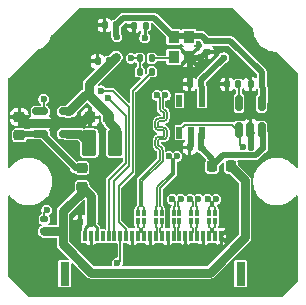
<source format=gbr>
%TF.GenerationSoftware,KiCad,Pcbnew,9.0.0*%
%TF.CreationDate,2025-03-16T17:44:07+09:00*%
%TF.ProjectId,imx219_mipi24,696d7832-3139-45f6-9d69-706932342e6b,rev?*%
%TF.SameCoordinates,Original*%
%TF.FileFunction,Copper,L4,Bot*%
%TF.FilePolarity,Positive*%
%FSLAX46Y46*%
G04 Gerber Fmt 4.6, Leading zero omitted, Abs format (unit mm)*
G04 Created by KiCad (PCBNEW 9.0.0) date 2025-03-16 17:44:07*
%MOMM*%
%LPD*%
G01*
G04 APERTURE LIST*
G04 Aperture macros list*
%AMRoundRect*
0 Rectangle with rounded corners*
0 $1 Rounding radius*
0 $2 $3 $4 $5 $6 $7 $8 $9 X,Y pos of 4 corners*
0 Add a 4 corners polygon primitive as box body*
4,1,4,$2,$3,$4,$5,$6,$7,$8,$9,$2,$3,0*
0 Add four circle primitives for the rounded corners*
1,1,$1+$1,$2,$3*
1,1,$1+$1,$4,$5*
1,1,$1+$1,$6,$7*
1,1,$1+$1,$8,$9*
0 Add four rect primitives between the rounded corners*
20,1,$1+$1,$2,$3,$4,$5,0*
20,1,$1+$1,$4,$5,$6,$7,0*
20,1,$1+$1,$6,$7,$8,$9,0*
20,1,$1+$1,$8,$9,$2,$3,0*%
G04 Aperture macros list end*
%TA.AperFunction,SMDPad,CuDef*%
%ADD10RoundRect,0.135000X0.135000X0.185000X-0.135000X0.185000X-0.135000X-0.185000X0.135000X-0.185000X0*%
%TD*%
%TA.AperFunction,SMDPad,CuDef*%
%ADD11RoundRect,0.150000X0.150000X-0.512500X0.150000X0.512500X-0.150000X0.512500X-0.150000X-0.512500X0*%
%TD*%
%TA.AperFunction,SMDPad,CuDef*%
%ADD12RoundRect,0.140000X0.140000X0.170000X-0.140000X0.170000X-0.140000X-0.170000X0.140000X-0.170000X0*%
%TD*%
%TA.AperFunction,SMDPad,CuDef*%
%ADD13RoundRect,0.135000X0.185000X-0.135000X0.185000X0.135000X-0.185000X0.135000X-0.185000X-0.135000X0*%
%TD*%
%TA.AperFunction,SMDPad,CuDef*%
%ADD14R,0.330200X0.609600*%
%TD*%
%TA.AperFunction,SMDPad,CuDef*%
%ADD15RoundRect,0.218750X-0.256250X0.218750X-0.256250X-0.218750X0.256250X-0.218750X0.256250X0.218750X0*%
%TD*%
%TA.AperFunction,SMDPad,CuDef*%
%ADD16R,0.500000X1.005599*%
%TD*%
%TA.AperFunction,SMDPad,CuDef*%
%ADD17R,0.800000X2.000000*%
%TD*%
%TA.AperFunction,SMDPad,CuDef*%
%ADD18R,0.300000X0.850000*%
%TD*%
%TA.AperFunction,SMDPad,CuDef*%
%ADD19RoundRect,0.140000X-0.170000X0.140000X-0.170000X-0.140000X0.170000X-0.140000X0.170000X0.140000X0*%
%TD*%
%TA.AperFunction,SMDPad,CuDef*%
%ADD20RoundRect,0.225000X0.250000X-0.225000X0.250000X0.225000X-0.250000X0.225000X-0.250000X-0.225000X0*%
%TD*%
%TA.AperFunction,SMDPad,CuDef*%
%ADD21R,0.900000X1.100000*%
%TD*%
%TA.AperFunction,SMDPad,CuDef*%
%ADD22RoundRect,0.225000X0.225000X0.250000X-0.225000X0.250000X-0.225000X-0.250000X0.225000X-0.250000X0*%
%TD*%
%TA.AperFunction,SMDPad,CuDef*%
%ADD23RoundRect,0.218750X0.218750X0.256250X-0.218750X0.256250X-0.218750X-0.256250X0.218750X-0.256250X0*%
%TD*%
%TA.AperFunction,SMDPad,CuDef*%
%ADD24RoundRect,0.250000X-0.375000X-0.850000X0.375000X-0.850000X0.375000X0.850000X-0.375000X0.850000X0*%
%TD*%
%TA.AperFunction,SMDPad,CuDef*%
%ADD25RoundRect,0.150000X-0.512500X-0.150000X0.512500X-0.150000X0.512500X0.150000X-0.512500X0.150000X0*%
%TD*%
%TA.AperFunction,ViaPad*%
%ADD26C,0.600000*%
%TD*%
%TA.AperFunction,Conductor*%
%ADD27C,0.508000*%
%TD*%
%TA.AperFunction,Conductor*%
%ADD28C,0.254000*%
%TD*%
%TA.AperFunction,Conductor*%
%ADD29C,0.762000*%
%TD*%
%TA.AperFunction,Conductor*%
%ADD30C,0.152400*%
%TD*%
%TA.AperFunction,Conductor*%
%ADD31C,0.139700*%
%TD*%
G04 APERTURE END LIST*
D10*
%TO.P,R1,1*%
%TO.N,Net-(X1-OUT)*%
X149910000Y-92050000D03*
%TO.P,R1,2*%
%TO.N,/CAM_CLK*%
X148890000Y-92050000D03*
%TD*%
D11*
%TO.P,U1,1,VIN*%
%TO.N,Net-(U1-VIN)*%
X159200000Y-98137500D03*
%TO.P,U1,2,GND*%
%TO.N,GND*%
X158250000Y-98137500D03*
%TO.P,U1,3,EN*%
%TO.N,/CAM_RST*%
X157300000Y-98137500D03*
%TO.P,U1,4,BP*%
%TO.N,Net-(U1-BP)*%
X157300000Y-95862500D03*
%TO.P,U1,5,VOUT*%
%TO.N,+1V8*%
X159200000Y-95862500D03*
%TD*%
D12*
%TO.P,C2,1*%
%TO.N,+1V8*%
X146880000Y-89250000D03*
%TO.P,C2,2*%
%TO.N,GND*%
X145920000Y-89250000D03*
%TD*%
D13*
%TO.P,R3,1*%
%TO.N,+3.3V*%
X140800000Y-106710000D03*
%TO.P,R3,2*%
%TO.N,/CAM_RST*%
X140800000Y-105690000D03*
%TD*%
D14*
%TO.P,FL4,1,1*%
%TO.N,/CAM_DP2*%
X148750000Y-105144400D03*
%TO.P,FL4,2,2*%
%TO.N,/CAM_RX2P*%
X148750000Y-105855600D03*
%TO.P,FL4,3,3*%
%TO.N,/CAM_RX2N*%
X149250000Y-105855600D03*
%TO.P,FL4,4,4*%
%TO.N,/CAM_DN2*%
X149250000Y-105144400D03*
%TD*%
D15*
%TO.P,FB2,1*%
%TO.N,Net-(U3-Vin)*%
X144000000Y-101362500D03*
%TO.P,FB2,2*%
%TO.N,+3.3V*%
X144000000Y-102937500D03*
%TD*%
D14*
%TO.P,FL5,1,1*%
%TO.N,/CAM_DP3*%
X150250000Y-105144400D03*
%TO.P,FL5,2,2*%
%TO.N,/CAM_RX3P*%
X150250000Y-105855600D03*
%TO.P,FL5,3,3*%
%TO.N,/CAM_RX3N*%
X150750000Y-105855600D03*
%TO.P,FL5,4,4*%
%TO.N,/CAM_DN3*%
X150750000Y-105144400D03*
%TD*%
D16*
%TO.P,U2,1,IN*%
%TO.N,Net-(U1-VIN)*%
X154150001Y-98352799D03*
%TO.P,U2,2,GND*%
%TO.N,GND*%
X153200000Y-98352799D03*
%TO.P,U2,3,EN*%
%TO.N,/CAM_RST*%
X152249999Y-98352799D03*
%TO.P,U2,4,NC*%
%TO.N,unconnected-(U2-NC-Pad4)*%
X152249999Y-95647201D03*
%TO.P,U2,5,OUT*%
%TO.N,+2V8*%
X154150001Y-95647201D03*
%TD*%
D17*
%TO.P,J2,*%
%TO.N,*%
X157450000Y-110300000D03*
X142550000Y-110300000D03*
D18*
%TO.P,J2,1,Pin_1*%
%TO.N,GND*%
X155750000Y-107125000D03*
%TO.P,J2,2,Pin_2*%
%TO.N,/CAM_RX1N*%
X155250000Y-107125000D03*
%TO.P,J2,3,Pin_3*%
%TO.N,/CAM_RX1P*%
X154750000Y-107125000D03*
%TO.P,J2,4,Pin_4*%
%TO.N,GND*%
X154250000Y-107125000D03*
%TO.P,J2,5,Pin_5*%
%TO.N,/CAM_RX0N*%
X153750000Y-107125000D03*
%TO.P,J2,6,Pin_6*%
%TO.N,/CAM_RX0P*%
X153250000Y-107125000D03*
%TO.P,J2,7,Pin_7*%
%TO.N,GND*%
X152750000Y-107125000D03*
%TO.P,J2,8,Pin_8*%
%TO.N,/CAM_CLKN*%
X152250000Y-107125000D03*
%TO.P,J2,9,Pin_9*%
%TO.N,/CAM_CLKP*%
X151750000Y-107125000D03*
%TO.P,J2,10,Pin_10*%
%TO.N,GND*%
X151250000Y-107125000D03*
%TO.P,J2,11,Pin_11*%
%TO.N,/CAM_RX3N*%
X150750000Y-107125000D03*
%TO.P,J2,12,Pin_12*%
%TO.N,/CAM_RX3P*%
X150250000Y-107125000D03*
%TO.P,J2,13,Pin_13*%
%TO.N,GND*%
X149750000Y-107125000D03*
%TO.P,J2,14,Pin_14*%
%TO.N,/CAM_RX2N*%
X149250000Y-107125000D03*
%TO.P,J2,15,Pin_15*%
%TO.N,/CAM_RX2P*%
X148750000Y-107125000D03*
%TO.P,J2,16,Pin_16*%
%TO.N,GND*%
X148250000Y-107125000D03*
%TO.P,J2,17,Pin_17*%
%TO.N,/CAM_MCK*%
X147750000Y-107125000D03*
%TO.P,J2,18,Pin_18*%
%TO.N,/CAM_RST*%
X147250000Y-107125000D03*
%TO.P,J2,19,Pin_19*%
%TO.N,/CAM_SDA*%
X146750000Y-107125000D03*
%TO.P,J2,20,Pin_20*%
%TO.N,/CAM_SCL*%
X146250000Y-107125000D03*
%TO.P,J2,21,Pin_21*%
%TO.N,unconnected-(J2-Pin_21-Pad21)*%
X145750000Y-107125000D03*
%TO.P,J2,22,Pin_22*%
%TO.N,+3.3V*%
X145250000Y-107125000D03*
%TO.P,J2,23,Pin_23*%
%TO.N,GND*%
X144750000Y-107125000D03*
%TO.P,J2,24,Pin_24*%
%TO.N,+3.3V*%
X144250000Y-107125000D03*
%TD*%
D19*
%TO.P,C8,1*%
%TO.N,+1V8*%
X154550000Y-90570000D03*
%TO.P,C8,2*%
%TO.N,GND*%
X154550000Y-91530000D03*
%TD*%
D14*
%TO.P,FL2,1,1*%
%TO.N,/CAM_DP0*%
X153250000Y-105144400D03*
%TO.P,FL2,2,2*%
%TO.N,/CAM_RX0P*%
X153250000Y-105855600D03*
%TO.P,FL2,3,3*%
%TO.N,/CAM_RX0N*%
X153750000Y-105855600D03*
%TO.P,FL2,4,4*%
%TO.N,/CAM_DN0*%
X153750000Y-105144400D03*
%TD*%
D10*
%TO.P,R2,1*%
%TO.N,/CAM_MCK*%
X149910000Y-93200000D03*
%TO.P,R2,2*%
%TO.N,/CAM_CLK*%
X148890000Y-93200000D03*
%TD*%
D12*
%TO.P,C4,1*%
%TO.N,Net-(U1-VIN)*%
X159300000Y-99600000D03*
%TO.P,C4,2*%
%TO.N,GND*%
X158340000Y-99600000D03*
%TD*%
D20*
%TO.P,C10,1*%
%TO.N,Net-(U3-Vin)*%
X138700000Y-98575000D03*
%TO.P,C10,2*%
%TO.N,GND*%
X138700000Y-97025000D03*
%TD*%
D14*
%TO.P,FL1,1,1*%
%TO.N,/CAM_CP*%
X151750000Y-105144400D03*
%TO.P,FL1,2,2*%
%TO.N,/CAM_CLKP*%
X151750000Y-105855600D03*
%TO.P,FL1,3,3*%
%TO.N,/CAM_CLKN*%
X152250000Y-105855600D03*
%TO.P,FL1,4,4*%
%TO.N,/CAM_CN*%
X152250000Y-105144400D03*
%TD*%
D12*
%TO.P,C1,1*%
%TO.N,+2V8*%
X149380000Y-89300000D03*
%TO.P,C1,2*%
%TO.N,GND*%
X148420000Y-89300000D03*
%TD*%
%TO.P,C12,1*%
%TO.N,Net-(U1-BP)*%
X157230000Y-94250000D03*
%TO.P,C12,2*%
%TO.N,GND*%
X156270000Y-94250000D03*
%TD*%
D21*
%TO.P,X1,1,~{ST}*%
%TO.N,+1V8*%
X153050000Y-90250000D03*
%TO.P,X1,2,GND*%
%TO.N,GND*%
X153050000Y-91950000D03*
%TO.P,X1,3,OUT*%
%TO.N,Net-(X1-OUT)*%
X151750000Y-91950000D03*
%TO.P,X1,4,Vdd*%
%TO.N,+1V8*%
X151750000Y-90250000D03*
%TD*%
D22*
%TO.P,C11,1*%
%TO.N,+1V2*%
X146225000Y-97050000D03*
%TO.P,C11,2*%
%TO.N,GND*%
X144675000Y-97050000D03*
%TD*%
D12*
%TO.P,C9,1*%
%TO.N,+3.3V*%
X144780000Y-105900000D03*
%TO.P,C9,2*%
%TO.N,GND*%
X143820000Y-105900000D03*
%TD*%
D23*
%TO.P,FB1,1*%
%TO.N,+3.3V*%
X156600000Y-101200000D03*
%TO.P,FB1,2*%
%TO.N,Net-(U1-VIN)*%
X155025000Y-101200000D03*
%TD*%
D12*
%TO.P,C6,1*%
%TO.N,+1V8*%
X159230000Y-94250000D03*
%TO.P,C6,2*%
%TO.N,GND*%
X158270000Y-94250000D03*
%TD*%
D14*
%TO.P,FL3,1,1*%
%TO.N,/CAM_DP1*%
X154750000Y-105144400D03*
%TO.P,FL3,2,2*%
%TO.N,/CAM_RX1P*%
X154750000Y-105855600D03*
%TO.P,FL3,3,3*%
%TO.N,/CAM_RX1N*%
X155250000Y-105855600D03*
%TO.P,FL3,4,4*%
%TO.N,/CAM_DN1*%
X155250000Y-105144400D03*
%TD*%
D24*
%TO.P,L1,1,1*%
%TO.N,Net-(U3-SW)*%
X144625000Y-99250000D03*
%TO.P,L1,2,2*%
%TO.N,+1V2*%
X146775000Y-99250000D03*
%TD*%
D12*
%TO.P,C3,1*%
%TO.N,+1V2*%
X146280000Y-92300000D03*
%TO.P,C3,2*%
%TO.N,GND*%
X145320000Y-92300000D03*
%TD*%
%TO.P,C7,1*%
%TO.N,+2V8*%
X154080000Y-94250000D03*
%TO.P,C7,2*%
%TO.N,GND*%
X153120000Y-94250000D03*
%TD*%
%TO.P,C5,1*%
%TO.N,Net-(U1-VIN)*%
X154080000Y-99600000D03*
%TO.P,C5,2*%
%TO.N,GND*%
X153120000Y-99600000D03*
%TD*%
D25*
%TO.P,U3,1,Vin*%
%TO.N,Net-(U3-Vin)*%
X140462500Y-98450000D03*
%TO.P,U3,2,GND*%
%TO.N,GND*%
X140462500Y-97500000D03*
%TO.P,U3,3,EN*%
%TO.N,/CAM_RST*%
X140462500Y-96550000D03*
%TO.P,U3,4,FB*%
%TO.N,+1V2*%
X142737500Y-96550000D03*
%TO.P,U3,5,SW*%
%TO.N,Net-(U3-SW)*%
X142737500Y-98450000D03*
%TD*%
D26*
%TO.N,+2V8*%
X149300000Y-90300000D03*
X156000000Y-92000000D03*
%TO.N,GND*%
X152800000Y-108000000D03*
X154200000Y-108000000D03*
X148600000Y-108600000D03*
X140400000Y-100100000D03*
X153500000Y-100600000D03*
X161100000Y-94600000D03*
X155800000Y-108000000D03*
X156200000Y-102900000D03*
X139900000Y-109400000D03*
X143400000Y-107000000D03*
X145400000Y-101700000D03*
X153200000Y-96300000D03*
X139300000Y-94100000D03*
X149800000Y-108600000D03*
X160100000Y-109500000D03*
X151400000Y-108600000D03*
X141500000Y-92300000D03*
X157100000Y-92800000D03*
X148200000Y-90200000D03*
X158200000Y-97000000D03*
X150900000Y-111300000D03*
X147600000Y-93000000D03*
X147800000Y-104100000D03*
X151200000Y-93000000D03*
X145200000Y-111400000D03*
X144600000Y-108400000D03*
X156500000Y-89300000D03*
X145200000Y-89200000D03*
X144000000Y-97437500D03*
X155600000Y-96200000D03*
%TO.N,+1V8*%
X146950000Y-90250000D03*
%TO.N,+1V2*%
X146900000Y-91950000D03*
%TO.N,/CAM_CN*%
X152350800Y-104000000D03*
%TO.N,/CAM_CP*%
X151649200Y-104000000D03*
%TO.N,/CAM_DP0*%
X153149200Y-104000000D03*
%TO.N,/CAM_DN0*%
X153850800Y-104000000D03*
%TO.N,/CAM_DN1*%
X155350800Y-104000000D03*
%TO.N,/CAM_DP1*%
X154649200Y-104000000D03*
%TO.N,/CAM_DN2*%
X151050800Y-95200000D03*
%TO.N,/CAM_DP2*%
X150349200Y-95200000D03*
%TO.N,/CAM_DP3*%
X151349200Y-100358700D03*
%TO.N,/CAM_DN3*%
X152050800Y-100358700D03*
%TO.N,/CAM_CLK*%
X148150000Y-92050000D03*
%TO.N,/CAM_RST*%
X141000000Y-104900000D03*
X140750000Y-95500000D03*
X157600000Y-99600000D03*
X147000000Y-109400000D03*
%TO.N,/CAM_SDA*%
X145600000Y-94800000D03*
%TO.N,/CAM_SCL*%
X146200000Y-95400000D03*
%TD*%
D27*
%TO.N,+2V8*%
X154150001Y-94470001D02*
X154080000Y-94400000D01*
D28*
X149300000Y-90300000D02*
X149300000Y-89380000D01*
D27*
X154150001Y-95647201D02*
X154150001Y-94470001D01*
X154080000Y-93920000D02*
X156000000Y-92000000D01*
D28*
X149300000Y-89380000D02*
X149380000Y-89300000D01*
D27*
X154080000Y-94400000D02*
X154080000Y-93920000D01*
%TO.N,GND*%
X153200000Y-99520000D02*
X153120000Y-99600000D01*
D28*
X154250000Y-107125000D02*
X154250000Y-107950000D01*
X152750000Y-107125000D02*
X152750000Y-107950000D01*
D29*
X144675000Y-97050000D02*
X144387500Y-97050000D01*
D28*
X155750000Y-107125000D02*
X155750000Y-107950000D01*
D29*
X139175000Y-97500000D02*
X140462500Y-97500000D01*
D28*
X154250000Y-107950000D02*
X154200000Y-108000000D01*
D30*
X145920000Y-89250000D02*
X145250000Y-89250000D01*
X148420000Y-89980000D02*
X148200000Y-90200000D01*
D28*
X155750000Y-107950000D02*
X155800000Y-108000000D01*
D27*
X143820000Y-105900000D02*
X143400000Y-106320000D01*
D30*
X151200000Y-93000000D02*
X152450000Y-94250000D01*
X152450000Y-94250000D02*
X153120000Y-94250000D01*
D27*
X158340000Y-99600000D02*
X158340000Y-98422500D01*
D28*
X144750000Y-108250000D02*
X144600000Y-108400000D01*
D27*
X153150000Y-92050000D02*
X153150000Y-92650000D01*
X153150000Y-92050000D02*
X154030000Y-92050000D01*
X153120000Y-92680000D02*
X153120000Y-94250000D01*
D28*
X148250000Y-107125000D02*
X148250000Y-108250000D01*
D30*
X158270000Y-93970000D02*
X157100000Y-92800000D01*
X145320000Y-92300000D02*
X141500000Y-92300000D01*
X156270000Y-93630000D02*
X157100000Y-92800000D01*
D27*
X153200000Y-98352799D02*
X153200000Y-99520000D01*
X143400000Y-106320000D02*
X143400000Y-107000000D01*
D29*
X140462500Y-97500000D02*
X143937500Y-97500000D01*
D30*
X145250000Y-89250000D02*
X145200000Y-89200000D01*
D28*
X151250000Y-107125000D02*
X151250000Y-108450000D01*
X148250000Y-108250000D02*
X148600000Y-108600000D01*
X149750000Y-107125000D02*
X149750000Y-108550000D01*
X144750000Y-107125000D02*
X144750000Y-108250000D01*
D27*
X153150000Y-92650000D02*
X153120000Y-92680000D01*
D30*
X148420000Y-89300000D02*
X148420000Y-89980000D01*
D28*
X149750000Y-108550000D02*
X149800000Y-108600000D01*
D30*
X156270000Y-94250000D02*
X156270000Y-93630000D01*
D27*
X154030000Y-92050000D02*
X154550000Y-91530000D01*
D28*
X151250000Y-108450000D02*
X151400000Y-108600000D01*
D27*
X158340000Y-98422500D02*
X158362500Y-98400000D01*
D29*
X138700000Y-97025000D02*
X139175000Y-97500000D01*
D30*
X158270000Y-94250000D02*
X158270000Y-93970000D01*
D29*
X144387500Y-97050000D02*
X144000000Y-97437500D01*
D28*
X152750000Y-107950000D02*
X152800000Y-108000000D01*
D27*
%TO.N,+1V8*%
X153150000Y-90150000D02*
X151650000Y-90150000D01*
X146880000Y-89250000D02*
X146880000Y-90180000D01*
X159230000Y-93230000D02*
X156570000Y-90570000D01*
X159312501Y-95694402D02*
X159312501Y-94582501D01*
X147496600Y-88633400D02*
X146880000Y-89250000D01*
X159230000Y-94500000D02*
X159230000Y-93230000D01*
X154130000Y-90150000D02*
X154550000Y-90570000D01*
X146880000Y-90180000D02*
X146950000Y-90250000D01*
X150133400Y-88633400D02*
X147496600Y-88633400D01*
X159312501Y-94582501D02*
X159230000Y-94500000D01*
X153150000Y-90150000D02*
X154130000Y-90150000D01*
X151650000Y-90150000D02*
X150133400Y-88633400D01*
X156570000Y-90570000D02*
X154550000Y-90570000D01*
D29*
%TO.N,+1V2*%
X142887500Y-96550000D02*
X144237500Y-95200000D01*
X146775000Y-98075000D02*
X146850000Y-98000000D01*
X146275000Y-96875000D02*
X145103900Y-95703900D01*
X142737500Y-96550000D02*
X142887500Y-96550000D01*
D28*
X146630000Y-91950000D02*
X146280000Y-92300000D01*
D29*
X146275000Y-97425000D02*
X146275000Y-96875000D01*
X144600000Y-95200000D02*
X144600000Y-94250000D01*
X146775000Y-99250000D02*
X146775000Y-98075000D01*
X144600000Y-94250000D02*
X146900000Y-91950000D01*
X146850000Y-98000000D02*
X146275000Y-97425000D01*
D28*
X146900000Y-91950000D02*
X146630000Y-91950000D01*
D29*
X144237500Y-95200000D02*
X144600000Y-95200000D01*
X145103900Y-95703900D02*
X144600000Y-95200000D01*
%TO.N,+3.3V*%
X157800000Y-102400000D02*
X157800000Y-107200000D01*
X144780000Y-103717500D02*
X144780000Y-105900000D01*
X142400000Y-106700000D02*
X142400000Y-105000000D01*
X154800000Y-110200000D02*
X144800000Y-110200000D01*
D28*
X144250000Y-107125000D02*
X144250000Y-106430000D01*
D29*
X142400000Y-106700000D02*
X141900000Y-106700000D01*
D28*
X145250000Y-106370000D02*
X144780000Y-105900000D01*
D29*
X144800000Y-110200000D02*
X142400000Y-107800000D01*
X141890000Y-106710000D02*
X140800000Y-106710000D01*
X142400000Y-105000000D02*
X144231250Y-103168750D01*
X144000000Y-102937500D02*
X144231250Y-103168750D01*
X157800000Y-107200000D02*
X154800000Y-110200000D01*
X144231250Y-103168750D02*
X144780000Y-103717500D01*
D28*
X144250000Y-106430000D02*
X144780000Y-105900000D01*
D29*
X141900000Y-106700000D02*
X141890000Y-106710000D01*
X156600000Y-101200000D02*
X157800000Y-102400000D01*
X142400000Y-107800000D02*
X142400000Y-106700000D01*
D28*
X145250000Y-107125000D02*
X145250000Y-106370000D01*
D31*
%TO.N,/CAM_RX1N*%
X155120650Y-106720650D02*
X155120650Y-106442151D01*
X155250000Y-107125000D02*
X155250000Y-106850000D01*
X155250000Y-106312801D02*
X155250000Y-105855600D01*
X155120650Y-106442151D02*
X155250000Y-106312801D01*
X155250000Y-106850000D02*
X155120650Y-106720650D01*
%TO.N,/CAM_RX1P*%
X154879350Y-106720650D02*
X154879350Y-106442151D01*
X154750000Y-107125000D02*
X154750000Y-106850000D01*
X154879350Y-106442151D02*
X154750000Y-106312801D01*
X154750000Y-106312801D02*
X154750000Y-105855600D01*
X154750000Y-106850000D02*
X154879350Y-106720650D01*
%TO.N,/CAM_CN*%
X152250000Y-104687199D02*
X152120650Y-104557849D01*
X152250000Y-105144400D02*
X152250000Y-104687199D01*
X152120650Y-104557849D02*
X152120650Y-104230150D01*
X152120650Y-104230150D02*
X152350800Y-104000000D01*
%TO.N,/CAM_CP*%
X151750000Y-104687199D02*
X151879350Y-104557849D01*
X151750000Y-105144400D02*
X151750000Y-104687199D01*
X151879350Y-104230150D02*
X151649200Y-104000000D01*
X151879350Y-104557849D02*
X151879350Y-104230150D01*
%TO.N,/CAM_RX0P*%
X153379350Y-106720650D02*
X153379350Y-106442151D01*
X153250000Y-106312801D02*
X153250000Y-105855600D01*
X153250000Y-107125000D02*
X153250000Y-106850000D01*
X153379350Y-106442151D02*
X153250000Y-106312801D01*
X153250000Y-106850000D02*
X153379350Y-106720650D01*
%TO.N,/CAM_DP0*%
X153379350Y-104230150D02*
X153149200Y-104000000D01*
X153250000Y-105144400D02*
X153250000Y-104687199D01*
X153379350Y-104557849D02*
X153379350Y-104230150D01*
X153250000Y-104687199D02*
X153379350Y-104557849D01*
%TO.N,/CAM_DN0*%
X153620650Y-104230150D02*
X153850800Y-104000000D01*
X153620650Y-104557849D02*
X153620650Y-104230150D01*
X153750000Y-104687199D02*
X153620650Y-104557849D01*
X153750000Y-105144400D02*
X153750000Y-104687199D01*
%TO.N,/CAM_RX0N*%
X153620650Y-106442151D02*
X153750000Y-106312801D01*
X153750000Y-107125000D02*
X153750000Y-106850000D01*
X153620650Y-106720650D02*
X153620650Y-106442151D01*
X153750000Y-106312801D02*
X153750000Y-105855600D01*
X153750000Y-106850000D02*
X153620650Y-106720650D01*
%TO.N,/CAM_DN1*%
X155250000Y-104687199D02*
X155120650Y-104557849D01*
X155120650Y-104230150D02*
X155350800Y-104000000D01*
X155250000Y-105144400D02*
X155250000Y-104687199D01*
X155120650Y-104557849D02*
X155120650Y-104230150D01*
%TO.N,/CAM_CLKP*%
X151750000Y-106312801D02*
X151750000Y-105855600D01*
X151750000Y-107125000D02*
X151750000Y-106850000D01*
X151879350Y-106442151D02*
X151750000Y-106312801D01*
X151879350Y-106720650D02*
X151879350Y-106442151D01*
X151750000Y-106850000D02*
X151879350Y-106720650D01*
%TO.N,/CAM_DP1*%
X154879350Y-104557849D02*
X154879350Y-104230150D01*
X154750000Y-104687199D02*
X154879350Y-104557849D01*
X154879350Y-104230150D02*
X154649200Y-104000000D01*
X154750000Y-105144400D02*
X154750000Y-104687199D01*
%TO.N,/CAM_CLKN*%
X152250000Y-106312801D02*
X152250000Y-105855600D01*
X152120650Y-106442151D02*
X152250000Y-106312801D01*
X152250000Y-106850000D02*
X152120650Y-106720650D01*
X152250000Y-107125000D02*
X152250000Y-106850000D01*
X152120650Y-106720650D02*
X152120650Y-106442151D01*
%TO.N,/CAM_DN2*%
X150820650Y-98925325D02*
X150890500Y-98925325D01*
X150820650Y-95600000D02*
X150820650Y-95430150D01*
X150579350Y-97385325D02*
X150769850Y-97385325D01*
X149250000Y-105144400D02*
X149250000Y-104687199D01*
X150509500Y-97385325D02*
X150579350Y-97385325D01*
X150509500Y-98925325D02*
X150579350Y-98925325D01*
X151201650Y-97074175D02*
X151201650Y-96685175D01*
X149120650Y-104557849D02*
X149120650Y-102449976D01*
X150579350Y-97914025D02*
X150509500Y-97914025D01*
X151201650Y-98614175D02*
X151201650Y-98225175D01*
X150439650Y-97844175D02*
X150439650Y-97455175D01*
X150820650Y-97914025D02*
X150579350Y-97914025D01*
X150820650Y-95950000D02*
X150820650Y-95600000D01*
X150439650Y-99419000D02*
X150439650Y-98995175D01*
X150820650Y-96304175D02*
X150820650Y-95950000D01*
X150579350Y-98925325D02*
X150820650Y-98925325D01*
X150769850Y-97385325D02*
X150890500Y-97385325D01*
X149250000Y-104687199D02*
X149120650Y-104557849D01*
X150890500Y-97914025D02*
X150820650Y-97914025D01*
X150820650Y-95430150D02*
X151050800Y-95200000D01*
X150820650Y-100749976D02*
X150820650Y-99800000D01*
X149120650Y-102449976D02*
X150820650Y-100749976D01*
X150509500Y-97914025D02*
G75*
G02*
X150439675Y-97844175I0J69825D01*
G01*
X150820650Y-99800000D02*
G75*
G03*
X150509500Y-99488850I-311150J0D01*
G01*
X150439650Y-97455175D02*
G75*
G02*
X150509500Y-97385350I69850J-25D01*
G01*
X150509500Y-99488850D02*
G75*
G02*
X150439650Y-99419000I0J69850D01*
G01*
X150890500Y-96374025D02*
G75*
G02*
X150820675Y-96304175I0J69825D01*
G01*
X150439650Y-98995175D02*
G75*
G02*
X150509500Y-98925350I69850J-25D01*
G01*
X150890500Y-98925325D02*
G75*
G03*
X151201625Y-98614175I0J311125D01*
G01*
X151201650Y-96685175D02*
G75*
G03*
X150890500Y-96374050I-311150J-25D01*
G01*
X151201650Y-98225175D02*
G75*
G03*
X150890500Y-97914050I-311150J-25D01*
G01*
X150890500Y-97385325D02*
G75*
G03*
X151201625Y-97074175I0J311125D01*
G01*
%TO.N,/CAM_RX3N*%
X150620650Y-106442151D02*
X150750000Y-106312801D01*
X150620650Y-106720650D02*
X150620650Y-106442151D01*
X150750000Y-107125000D02*
X150750000Y-106850000D01*
X150750000Y-106850000D02*
X150620650Y-106720650D01*
X150750000Y-106312801D02*
X150750000Y-105855600D01*
%TO.N,/CAM_DP2*%
X150579350Y-98155325D02*
X150509500Y-98155325D01*
X150509500Y-98684025D02*
X150579350Y-98684025D01*
X148879350Y-102350024D02*
X150579350Y-100650024D01*
X150579350Y-100650024D02*
X150579350Y-99800000D01*
X150579350Y-96304175D02*
X150579350Y-95950000D01*
X150960350Y-98614175D02*
X150960350Y-98225175D01*
X150509500Y-97144025D02*
X150579350Y-97144025D01*
X150820650Y-98155325D02*
X150579350Y-98155325D01*
X150579350Y-95430150D02*
X150349200Y-95200000D01*
X150579350Y-95600000D02*
X150579350Y-95430150D01*
X150198350Y-97844175D02*
X150198350Y-97455175D01*
X150960350Y-97074175D02*
X150960350Y-96685175D01*
X150769850Y-97144025D02*
X150890500Y-97144025D01*
X150820650Y-98684025D02*
X150890500Y-98684025D01*
X148750000Y-104687199D02*
X148879350Y-104557849D01*
X150579350Y-98684025D02*
X150820650Y-98684025D01*
X148879350Y-104557849D02*
X148879350Y-102350024D01*
X150890500Y-98155325D02*
X150820650Y-98155325D01*
X150198350Y-99419000D02*
X150198350Y-98995175D01*
X150579350Y-95950000D02*
X150579350Y-95600000D01*
X148750000Y-105144400D02*
X148750000Y-104687199D01*
X150579350Y-97144025D02*
X150769850Y-97144025D01*
X150960350Y-96685175D02*
G75*
G03*
X150890500Y-96615350I-69850J-25D01*
G01*
X150890500Y-98684025D02*
G75*
G03*
X150960325Y-98614175I0J69825D01*
G01*
X150198350Y-97455175D02*
G75*
G02*
X150509500Y-97144050I311150J-25D01*
G01*
X150960350Y-98225175D02*
G75*
G03*
X150890500Y-98155350I-69850J-25D01*
G01*
X150198350Y-98995175D02*
G75*
G02*
X150509500Y-98684050I311150J-25D01*
G01*
X150890500Y-97144025D02*
G75*
G03*
X150960325Y-97074175I0J69825D01*
G01*
X150890500Y-96615325D02*
G75*
G02*
X150579375Y-96304175I0J311125D01*
G01*
X150579350Y-99800000D02*
G75*
G03*
X150509500Y-99730150I-69850J0D01*
G01*
X150509500Y-99730150D02*
G75*
G02*
X150198350Y-99419000I0J311150D01*
G01*
X150509500Y-98155325D02*
G75*
G02*
X150198375Y-97844175I0J311125D01*
G01*
%TO.N,/CAM_RX3P*%
X150250000Y-106312801D02*
X150250000Y-105855600D01*
X150379350Y-106720650D02*
X150379350Y-106442151D01*
X150250000Y-107125000D02*
X150250000Y-106850000D01*
X150250000Y-106850000D02*
X150379350Y-106720650D01*
X150379350Y-106442151D02*
X150250000Y-106312801D01*
%TO.N,/CAM_DP3*%
X150250000Y-104687199D02*
X150379350Y-104557849D01*
X151579350Y-101750024D02*
X151579350Y-100588850D01*
X150250000Y-105144400D02*
X150250000Y-104687199D01*
X150379350Y-104557849D02*
X150379350Y-102950024D01*
X150379350Y-102950024D02*
X151579350Y-101750024D01*
X151579350Y-100588850D02*
X151349200Y-100358700D01*
%TO.N,/CAM_RX2P*%
X148750000Y-106850000D02*
X148879350Y-106720650D01*
X148750000Y-106312801D02*
X148750000Y-105855600D01*
X148879350Y-106720650D02*
X148879350Y-106442151D01*
X148879350Y-106442151D02*
X148750000Y-106312801D01*
X148750000Y-107125000D02*
X148750000Y-106850000D01*
%TO.N,/CAM_RX2N*%
X149250000Y-107125000D02*
X149250000Y-106850000D01*
X149250000Y-106312801D02*
X149250000Y-105855600D01*
X149120650Y-106720650D02*
X149120650Y-106442151D01*
X149120650Y-106442151D02*
X149250000Y-106312801D01*
X149250000Y-106850000D02*
X149120650Y-106720650D01*
%TO.N,/CAM_DN3*%
X150750000Y-105144400D02*
X150750000Y-104687199D01*
X150750000Y-104687199D02*
X150620650Y-104557849D01*
X151820650Y-101849976D02*
X151820650Y-100588850D01*
X150620650Y-103049976D02*
X151820650Y-101849976D01*
X150620650Y-104557849D02*
X150620650Y-103049976D01*
X151820650Y-100588850D02*
X152050800Y-100358700D01*
D30*
%TO.N,/CAM_CLK*%
X148890000Y-93200000D02*
X148890000Y-92050000D01*
X148890000Y-92050000D02*
X148150000Y-92050000D01*
%TO.N,/CAM_RST*%
X147250000Y-108000000D02*
X147250000Y-109200000D01*
X147250000Y-109150000D02*
X147250000Y-108000000D01*
X147250000Y-107125000D02*
X147250000Y-108000000D01*
X152678799Y-97671200D02*
X152249999Y-98100000D01*
X147000000Y-109400000D02*
X147250000Y-109150000D01*
X140800000Y-105690000D02*
X140800000Y-105100000D01*
X140750000Y-95500000D02*
X140750000Y-96412500D01*
X156683699Y-97671200D02*
X152678799Y-97671200D01*
X152249999Y-98100000D02*
X152249999Y-98352799D01*
X140612500Y-96550000D02*
X140462500Y-96550000D01*
X157412499Y-98400000D02*
X156683699Y-97671200D01*
X140800000Y-105100000D02*
X141000000Y-104900000D01*
X140750000Y-96412500D02*
X140612500Y-96550000D01*
X157412499Y-99412499D02*
X157600000Y-99600000D01*
X157412499Y-98400000D02*
X157412499Y-99412499D01*
%TO.N,/CAM_SDA*%
X146600000Y-94800000D02*
X145600000Y-94800000D01*
X146750000Y-107125000D02*
X146750000Y-102450000D01*
X148000000Y-101200000D02*
X148000000Y-96200000D01*
X146750000Y-102450000D02*
X148000000Y-101200000D01*
X148000000Y-96200000D02*
X146600000Y-94800000D01*
%TO.N,/CAM_MCK*%
X147750000Y-106521200D02*
X147721200Y-106521200D01*
X147100000Y-105900000D02*
X147100000Y-102900000D01*
X147750000Y-107125000D02*
X147750000Y-106521200D01*
X147100000Y-102900000D02*
X148300000Y-101700000D01*
X147721200Y-106521200D02*
X147100000Y-105900000D01*
X148300000Y-94810000D02*
X149910000Y-93200000D01*
X148300000Y-101700000D02*
X148300000Y-94810000D01*
%TO.N,/CAM_SCL*%
X146250000Y-102350000D02*
X147700000Y-100900000D01*
X147700000Y-100900000D02*
X147700000Y-96900000D01*
X146250000Y-107125000D02*
X146250000Y-102350000D01*
X147700000Y-96900000D02*
X146200000Y-95400000D01*
D29*
%TO.N,Net-(U3-SW)*%
X143825000Y-98450000D02*
X144625000Y-99250000D01*
X142737500Y-98450000D02*
X143825000Y-98450000D01*
D30*
%TO.N,Net-(X1-OUT)*%
X151650000Y-92050000D02*
X149910000Y-92050000D01*
D27*
%TO.N,Net-(U1-VIN)*%
X158689580Y-100266600D02*
X155958400Y-100266600D01*
X154080000Y-98422800D02*
X154150001Y-98352799D01*
X159312501Y-99587499D02*
X159300000Y-99600000D01*
X159300000Y-99600000D02*
X159300000Y-99656180D01*
X159300000Y-99656180D02*
X158689580Y-100266600D01*
X155025000Y-100545000D02*
X154080000Y-99600000D01*
X155025000Y-101200000D02*
X155025000Y-100545000D01*
X154080000Y-99600000D02*
X154080000Y-98422800D01*
X159312501Y-98400000D02*
X159312501Y-99587499D01*
X155958400Y-100266600D02*
X155025000Y-101200000D01*
%TO.N,Net-(U3-Vin)*%
X144000000Y-101362500D02*
X143387500Y-101362500D01*
X138825000Y-98450000D02*
X138700000Y-98575000D01*
X144000000Y-101362500D02*
X143525000Y-101362500D01*
X140612500Y-98450000D02*
X140462500Y-98450000D01*
X140462500Y-98450000D02*
X138825000Y-98450000D01*
X143525000Y-101362500D02*
X140612500Y-98450000D01*
D30*
%TO.N,Net-(U1-BP)*%
X157300000Y-95862500D02*
X157300000Y-94320000D01*
X157300000Y-94320000D02*
X157230000Y-94250000D01*
%TD*%
%TA.AperFunction,Conductor*%
%TO.N,GND*%
G36*
X144214033Y-104028896D02*
G01*
X144243538Y-104071033D01*
X144246100Y-104090496D01*
X144246100Y-105257966D01*
X144228507Y-105306304D01*
X144183958Y-105332024D01*
X144146063Y-105328946D01*
X144042727Y-105292788D01*
X144042718Y-105292786D01*
X144013011Y-105290000D01*
X143970000Y-105290000D01*
X143970000Y-106538956D01*
X143970100Y-106541248D01*
X143970100Y-106596386D01*
X143957427Y-106638163D01*
X143955974Y-106640336D01*
X143955971Y-106640343D01*
X143947100Y-106684942D01*
X143947100Y-107565055D01*
X143947101Y-107565057D01*
X143955972Y-107609659D01*
X143989764Y-107660232D01*
X143989765Y-107660232D01*
X143989766Y-107660234D01*
X144040342Y-107694028D01*
X144084943Y-107702900D01*
X144297485Y-107702899D01*
X144345822Y-107720492D01*
X144350659Y-107724925D01*
X144427517Y-107801783D01*
X144427522Y-107801786D01*
X144530125Y-107847089D01*
X144530126Y-107847090D01*
X144555209Y-107849999D01*
X144944785Y-107849999D01*
X144969875Y-107847089D01*
X145072479Y-107801785D01*
X145072482Y-107801783D01*
X145149341Y-107724925D01*
X145195961Y-107703185D01*
X145202500Y-107702899D01*
X145415056Y-107702899D01*
X145459658Y-107694028D01*
X145459660Y-107694026D01*
X145466503Y-107691193D01*
X145467168Y-107692799D01*
X145508181Y-107682760D01*
X145533217Y-107691872D01*
X145533499Y-107691193D01*
X145540340Y-107694026D01*
X145540342Y-107694028D01*
X145584943Y-107702900D01*
X145915056Y-107702899D01*
X145959658Y-107694028D01*
X145959660Y-107694026D01*
X145966503Y-107691193D01*
X145967168Y-107692799D01*
X146008181Y-107682760D01*
X146033217Y-107691872D01*
X146033499Y-107691193D01*
X146040340Y-107694026D01*
X146040342Y-107694028D01*
X146084943Y-107702900D01*
X146415056Y-107702899D01*
X146459658Y-107694028D01*
X146459660Y-107694026D01*
X146466503Y-107691193D01*
X146467168Y-107692799D01*
X146508181Y-107682760D01*
X146533217Y-107691872D01*
X146533499Y-107691193D01*
X146540340Y-107694026D01*
X146540342Y-107694028D01*
X146584943Y-107702900D01*
X146915056Y-107702899D01*
X146931031Y-107699721D01*
X146981868Y-107707545D01*
X147015786Y-107746218D01*
X147020900Y-107773476D01*
X147020900Y-108871900D01*
X147003307Y-108920238D01*
X146958758Y-108945958D01*
X146945700Y-108947100D01*
X146940375Y-108947100D01*
X146853984Y-108970248D01*
X146825186Y-108977964D01*
X146825185Y-108977964D01*
X146721912Y-109037589D01*
X146637589Y-109121912D01*
X146577964Y-109225185D01*
X146577964Y-109225186D01*
X146577964Y-109225187D01*
X146547100Y-109340375D01*
X146547100Y-109459625D01*
X146577059Y-109571438D01*
X146572576Y-109622681D01*
X146536203Y-109659055D01*
X146504422Y-109666100D01*
X145052296Y-109666100D01*
X145003958Y-109648507D01*
X144999122Y-109644074D01*
X142955926Y-107600878D01*
X142934186Y-107554258D01*
X142933900Y-107547704D01*
X142933900Y-106123001D01*
X143240001Y-106123001D01*
X143242786Y-106152725D01*
X143286593Y-106277917D01*
X143365359Y-106384640D01*
X143472082Y-106463406D01*
X143472081Y-106463406D01*
X143597272Y-106507211D01*
X143597281Y-106507213D01*
X143626989Y-106509999D01*
X143669999Y-106509998D01*
X143670000Y-106509998D01*
X143670000Y-106050000D01*
X143240001Y-106050000D01*
X143240001Y-106123001D01*
X142933900Y-106123001D01*
X142933900Y-105676988D01*
X143240000Y-105676988D01*
X143240000Y-105750000D01*
X143670000Y-105750000D01*
X143670000Y-105289999D01*
X143626997Y-105290000D01*
X143597274Y-105292786D01*
X143472082Y-105336593D01*
X143365359Y-105415359D01*
X143286593Y-105522082D01*
X143242788Y-105647272D01*
X143242786Y-105647281D01*
X143240000Y-105676988D01*
X142933900Y-105676988D01*
X142933900Y-105252296D01*
X142951493Y-105203958D01*
X142955926Y-105199122D01*
X144117726Y-104037322D01*
X144164346Y-104015582D01*
X144214033Y-104028896D01*
G37*
%TD.AperFunction*%
%TA.AperFunction,Conductor*%
G36*
X156721973Y-87788718D02*
G01*
X156770274Y-87806410D01*
X156775048Y-87810798D01*
X158477529Y-89516757D01*
X158499220Y-89563398D01*
X158499500Y-89569876D01*
X158499500Y-89631120D01*
X158533730Y-89891116D01*
X158600402Y-90139941D01*
X158601603Y-90144421D01*
X158601603Y-90144422D01*
X158701957Y-90386698D01*
X158833077Y-90613805D01*
X158877759Y-90672035D01*
X158992718Y-90821851D01*
X158992723Y-90821856D01*
X158992730Y-90821864D01*
X159178135Y-91007269D01*
X159178143Y-91007276D01*
X159178149Y-91007282D01*
X159265595Y-91074382D01*
X159348708Y-91138158D01*
X159386197Y-91166924D01*
X159613303Y-91298043D01*
X159855581Y-91398398D01*
X160108884Y-91466270D01*
X160368880Y-91500500D01*
X160368883Y-91500500D01*
X160426034Y-91500500D01*
X160474372Y-91518093D01*
X160479263Y-91522580D01*
X161233124Y-92277981D01*
X162220880Y-93267755D01*
X162228029Y-93274918D01*
X162249720Y-93321560D01*
X162250000Y-93328038D01*
X162250000Y-101272932D01*
X162232407Y-101321270D01*
X162187858Y-101346990D01*
X162137200Y-101338057D01*
X162115140Y-101318711D01*
X162036473Y-101216191D01*
X162007282Y-101178149D01*
X162007276Y-101178143D01*
X162007269Y-101178135D01*
X161821864Y-100992730D01*
X161821856Y-100992723D01*
X161821851Y-100992718D01*
X161726063Y-100919217D01*
X161613805Y-100833077D01*
X161386698Y-100701957D01*
X161144422Y-100601603D01*
X161144420Y-100601602D01*
X161144419Y-100601602D01*
X160891116Y-100533730D01*
X160631120Y-100499500D01*
X160368880Y-100499500D01*
X160108884Y-100533730D01*
X160108880Y-100533731D01*
X160108879Y-100533731D01*
X159955063Y-100574946D01*
X159855581Y-100601602D01*
X159855579Y-100601602D01*
X159855578Y-100601603D01*
X159855577Y-100601603D01*
X159613301Y-100701957D01*
X159386194Y-100833077D01*
X159178151Y-100992716D01*
X159178135Y-100992730D01*
X158992730Y-101178135D01*
X158992716Y-101178151D01*
X158833077Y-101386194D01*
X158701957Y-101613301D01*
X158601603Y-101855577D01*
X158601603Y-101855578D01*
X158601602Y-101855581D01*
X158591232Y-101894282D01*
X158543566Y-102072177D01*
X158533730Y-102108884D01*
X158499500Y-102368880D01*
X158499500Y-102631120D01*
X158533730Y-102891116D01*
X158533731Y-102891119D01*
X158533731Y-102891120D01*
X158601603Y-103144421D01*
X158601603Y-103144422D01*
X158701957Y-103386698D01*
X158833077Y-103613805D01*
X158916032Y-103721913D01*
X158992718Y-103821851D01*
X158992723Y-103821856D01*
X158992730Y-103821864D01*
X159178135Y-104007269D01*
X159178143Y-104007276D01*
X159178149Y-104007282D01*
X159386197Y-104166924D01*
X159399863Y-104174814D01*
X159581171Y-104279492D01*
X159613303Y-104298043D01*
X159855581Y-104398398D01*
X160108884Y-104466270D01*
X160368880Y-104500500D01*
X160368883Y-104500500D01*
X160631117Y-104500500D01*
X160631120Y-104500500D01*
X160891116Y-104466270D01*
X161144419Y-104398398D01*
X161386697Y-104298043D01*
X161613803Y-104166924D01*
X161821851Y-104007282D01*
X162007282Y-103821851D01*
X162115141Y-103681287D01*
X162158524Y-103653649D01*
X162209524Y-103660364D01*
X162244276Y-103698289D01*
X162250000Y-103727067D01*
X162250000Y-110898934D01*
X162248555Y-110913606D01*
X162239145Y-110960910D01*
X162236599Y-110970411D01*
X162220142Y-111018890D01*
X162202107Y-111047891D01*
X161047891Y-112202107D01*
X161018890Y-112220142D01*
X160970411Y-112236599D01*
X160960910Y-112239145D01*
X160924600Y-112246368D01*
X160913604Y-112248555D01*
X160898935Y-112250000D01*
X139531148Y-112250000D01*
X139482810Y-112232407D01*
X139477974Y-112227974D01*
X137772026Y-110522026D01*
X137750286Y-110475406D01*
X137750000Y-110468852D01*
X137750000Y-106639711D01*
X140266100Y-106639711D01*
X140266100Y-106780289D01*
X140294728Y-106887132D01*
X140302484Y-106916077D01*
X140302484Y-106916078D01*
X140372775Y-107037824D01*
X140472175Y-107137224D01*
X140472177Y-107137225D01*
X140472178Y-107137226D01*
X140593922Y-107207516D01*
X140729711Y-107243900D01*
X141790900Y-107243900D01*
X141839238Y-107261493D01*
X141864958Y-107306042D01*
X141866100Y-107319100D01*
X141866100Y-107729711D01*
X141866100Y-107870289D01*
X141888645Y-107954429D01*
X141902484Y-108006077D01*
X141902484Y-108006078D01*
X141972775Y-108127824D01*
X142863678Y-109018726D01*
X142885418Y-109065346D01*
X142872104Y-109115033D01*
X142829967Y-109144538D01*
X142810504Y-109147100D01*
X142134944Y-109147100D01*
X142134942Y-109147101D01*
X142090340Y-109155972D01*
X142039767Y-109189764D01*
X142005972Y-109240342D01*
X142005971Y-109240343D01*
X141997100Y-109284942D01*
X141997100Y-111315055D01*
X141997101Y-111315057D01*
X142005972Y-111359659D01*
X142039764Y-111410232D01*
X142039765Y-111410232D01*
X142039766Y-111410234D01*
X142090342Y-111444028D01*
X142134943Y-111452900D01*
X142965056Y-111452899D01*
X143009658Y-111444028D01*
X143060234Y-111410234D01*
X143094028Y-111359658D01*
X143102900Y-111315057D01*
X143102899Y-109439494D01*
X143120492Y-109391157D01*
X143165041Y-109365437D01*
X143215699Y-109374370D01*
X143231273Y-109386321D01*
X144372774Y-110527822D01*
X144472178Y-110627226D01*
X144593922Y-110697516D01*
X144729711Y-110733900D01*
X144729714Y-110733900D01*
X154870286Y-110733900D01*
X154870289Y-110733900D01*
X155006078Y-110697516D01*
X155127822Y-110627226D01*
X155127824Y-110627224D01*
X155127825Y-110627224D01*
X156470107Y-109284942D01*
X156897100Y-109284942D01*
X156897100Y-111315055D01*
X156897101Y-111315057D01*
X156905972Y-111359659D01*
X156939764Y-111410232D01*
X156939765Y-111410232D01*
X156939766Y-111410234D01*
X156990342Y-111444028D01*
X157034943Y-111452900D01*
X157865056Y-111452899D01*
X157909658Y-111444028D01*
X157960234Y-111410234D01*
X157994028Y-111359658D01*
X158002900Y-111315057D01*
X158002899Y-109284944D01*
X157994028Y-109240342D01*
X157983900Y-109225185D01*
X157960235Y-109189767D01*
X157960231Y-109189764D01*
X157909658Y-109155972D01*
X157909656Y-109155971D01*
X157865057Y-109147100D01*
X157034944Y-109147100D01*
X157034942Y-109147101D01*
X156990340Y-109155972D01*
X156939767Y-109189764D01*
X156905972Y-109240342D01*
X156905971Y-109240343D01*
X156897100Y-109284942D01*
X156470107Y-109284942D01*
X158227224Y-107527825D01*
X158227224Y-107527824D01*
X158227226Y-107527822D01*
X158297516Y-107406078D01*
X158333900Y-107270289D01*
X158333900Y-107129711D01*
X158333900Y-102329711D01*
X158297516Y-102193922D01*
X158248419Y-102108884D01*
X158248419Y-102108883D01*
X158227228Y-102072178D01*
X157212426Y-101057376D01*
X157190686Y-101010756D01*
X157190400Y-101004202D01*
X157190400Y-100908479D01*
X157190399Y-100908467D01*
X157179875Y-100836238D01*
X157168179Y-100812314D01*
X157153225Y-100781727D01*
X157147802Y-100730575D01*
X157176527Y-100687903D01*
X157220785Y-100673500D01*
X158743148Y-100673500D01*
X158743150Y-100673500D01*
X158846638Y-100645770D01*
X158939423Y-100592201D01*
X159448247Y-100083376D01*
X159492752Y-100061853D01*
X159508221Y-100060059D01*
X159608396Y-100015828D01*
X159685828Y-99938396D01*
X159730059Y-99838221D01*
X159732900Y-99813734D01*
X159732900Y-99386266D01*
X159730059Y-99361779D01*
X159725806Y-99352148D01*
X159719401Y-99321777D01*
X159719401Y-98346432D01*
X159719401Y-98346431D01*
X159691671Y-98242943D01*
X159690365Y-98240681D01*
X159662975Y-98193239D01*
X159652900Y-98155639D01*
X159652900Y-97579776D01*
X159651970Y-97571763D01*
X159649962Y-97554450D01*
X159604220Y-97450855D01*
X159604219Y-97450854D01*
X159604217Y-97450851D01*
X159524148Y-97370782D01*
X159524145Y-97370780D01*
X159420548Y-97325037D01*
X159401100Y-97322781D01*
X159395226Y-97322100D01*
X159004774Y-97322100D01*
X158987891Y-97324058D01*
X158979449Y-97325038D01*
X158979447Y-97325038D01*
X158875858Y-97370778D01*
X158870105Y-97374719D01*
X158868942Y-97373022D01*
X158831064Y-97390678D01*
X158781379Y-97377356D01*
X158764017Y-97360419D01*
X158721792Y-97303208D01*
X158612646Y-97222654D01*
X158612643Y-97222652D01*
X158484607Y-97177852D01*
X158484598Y-97177850D01*
X158454210Y-97175000D01*
X158400000Y-97175000D01*
X158400000Y-98908800D01*
X158414800Y-98908800D01*
X158463138Y-98926393D01*
X158488858Y-98970942D01*
X158490000Y-98984000D01*
X158490000Y-99524800D01*
X158483317Y-99543159D01*
X158479925Y-99562400D01*
X158474728Y-99566760D01*
X158472407Y-99573138D01*
X158455484Y-99582907D01*
X158440520Y-99595465D01*
X158430751Y-99597187D01*
X158427858Y-99598858D01*
X158414800Y-99600000D01*
X158265200Y-99600000D01*
X158216862Y-99582407D01*
X158191142Y-99537858D01*
X158190000Y-99524800D01*
X158190000Y-99181200D01*
X158175200Y-99181200D01*
X158126862Y-99163607D01*
X158101142Y-99119058D01*
X158100000Y-99106000D01*
X158100000Y-97174999D01*
X158045797Y-97175000D01*
X158015394Y-97177850D01*
X157887356Y-97222652D01*
X157887353Y-97222654D01*
X157778209Y-97303206D01*
X157735984Y-97360420D01*
X157693124Y-97388864D01*
X157642008Y-97383105D01*
X157630040Y-97374500D01*
X157629892Y-97374717D01*
X157624145Y-97370780D01*
X157520548Y-97325037D01*
X157501100Y-97322781D01*
X157495226Y-97322100D01*
X157104774Y-97322100D01*
X157099510Y-97322710D01*
X157079451Y-97325037D01*
X156975854Y-97370780D01*
X156975851Y-97370782D01*
X156890852Y-97455782D01*
X156889023Y-97453953D01*
X156888320Y-97454456D01*
X156881857Y-97464603D01*
X156868047Y-97468957D01*
X156856268Y-97477383D01*
X156843731Y-97476624D01*
X156832798Y-97480072D01*
X156807301Y-97474420D01*
X156750407Y-97450855D01*
X156729271Y-97442100D01*
X156729270Y-97442100D01*
X152633228Y-97442100D01*
X152633226Y-97442100D01*
X152612091Y-97450855D01*
X152612090Y-97450854D01*
X152549028Y-97476976D01*
X152549022Y-97476980D01*
X152350928Y-97675074D01*
X152304308Y-97696813D01*
X152297754Y-97697099D01*
X151984943Y-97697099D01*
X151984941Y-97697100D01*
X151940339Y-97705971D01*
X151889766Y-97739763D01*
X151855971Y-97790341D01*
X151855970Y-97790342D01*
X151847099Y-97834941D01*
X151847099Y-98870654D01*
X151847100Y-98870656D01*
X151855971Y-98915258D01*
X151889763Y-98965831D01*
X151889764Y-98965831D01*
X151889765Y-98965833D01*
X151940341Y-98999627D01*
X151984942Y-99008499D01*
X152515055Y-99008498D01*
X152559657Y-98999627D01*
X152582528Y-98984344D01*
X152607471Y-98978240D01*
X152632403Y-98972108D01*
X152632446Y-98972129D01*
X152632492Y-98972118D01*
X152655641Y-98983533D01*
X152678566Y-98994804D01*
X152678599Y-98994853D01*
X152678628Y-98994868D01*
X152693102Y-99016501D01*
X152694874Y-99020515D01*
X152698300Y-99071841D01*
X152670739Y-99111388D01*
X152665360Y-99115358D01*
X152586593Y-99222082D01*
X152542788Y-99347272D01*
X152542786Y-99347281D01*
X152540000Y-99376988D01*
X152540000Y-99450000D01*
X152970000Y-99450000D01*
X152970000Y-98984000D01*
X152987593Y-98935662D01*
X153032142Y-98909942D01*
X153045200Y-98908800D01*
X153050000Y-98908800D01*
X153050000Y-98427999D01*
X153056682Y-98409639D01*
X153060075Y-98390399D01*
X153065271Y-98386038D01*
X153067593Y-98379661D01*
X153084515Y-98369891D01*
X153099480Y-98357334D01*
X153109248Y-98355611D01*
X153112142Y-98353941D01*
X153125200Y-98352799D01*
X153274800Y-98352799D01*
X153323138Y-98370392D01*
X153348858Y-98414941D01*
X153350000Y-98427999D01*
X153350000Y-99161598D01*
X153332407Y-99209936D01*
X153287858Y-99235656D01*
X153274800Y-99236798D01*
X153270000Y-99236798D01*
X153270000Y-100209999D01*
X153313002Y-100209999D01*
X153342725Y-100207213D01*
X153467917Y-100163406D01*
X153574640Y-100084640D01*
X153635609Y-100002032D01*
X153678469Y-99973588D01*
X153729585Y-99979347D01*
X153749289Y-99993514D01*
X153771599Y-100015824D01*
X153771601Y-100015825D01*
X153771604Y-100015828D01*
X153871779Y-100060059D01*
X153896266Y-100062900D01*
X153936308Y-100062900D01*
X153984646Y-100080493D01*
X153989482Y-100084926D01*
X154511307Y-100606751D01*
X154533047Y-100653371D01*
X154519733Y-100703058D01*
X154511309Y-100713098D01*
X154499601Y-100724805D01*
X154445124Y-100836238D01*
X154434600Y-100908467D01*
X154434600Y-101491532D01*
X154445124Y-101563761D01*
X154499602Y-101675195D01*
X154587304Y-101762897D01*
X154587305Y-101762897D01*
X154587307Y-101762899D01*
X154698738Y-101817375D01*
X154770967Y-101827899D01*
X154770975Y-101827899D01*
X154770978Y-101827900D01*
X154770980Y-101827900D01*
X155279020Y-101827900D01*
X155279022Y-101827900D01*
X155279024Y-101827899D01*
X155279032Y-101827899D01*
X155333798Y-101819919D01*
X155351262Y-101817375D01*
X155462693Y-101762899D01*
X155550399Y-101675193D01*
X155604875Y-101563762D01*
X155607419Y-101546298D01*
X155615399Y-101491532D01*
X155615400Y-101491520D01*
X155615400Y-101216191D01*
X155632993Y-101167853D01*
X155637415Y-101163028D01*
X155881226Y-100919216D01*
X155927846Y-100897477D01*
X155977533Y-100910791D01*
X156007038Y-100952928D01*
X156009600Y-100972391D01*
X156009600Y-101491532D01*
X156020124Y-101563761D01*
X156074602Y-101675195D01*
X156162304Y-101762897D01*
X156162305Y-101762897D01*
X156162307Y-101762899D01*
X156273738Y-101817375D01*
X156345967Y-101827899D01*
X156345975Y-101827899D01*
X156345978Y-101827900D01*
X156441704Y-101827900D01*
X156490042Y-101845493D01*
X156494878Y-101849926D01*
X157244074Y-102599122D01*
X157265814Y-102645742D01*
X157266100Y-102652296D01*
X157266100Y-106947704D01*
X157248507Y-106996042D01*
X157244074Y-107000878D01*
X154600878Y-109644074D01*
X154554258Y-109665814D01*
X154547704Y-109666100D01*
X147495578Y-109666100D01*
X147447240Y-109648507D01*
X147421520Y-109603958D01*
X147422939Y-109571439D01*
X147452900Y-109459625D01*
X147452900Y-109340375D01*
X147452899Y-109340374D01*
X147452378Y-109336413D01*
X147457458Y-109297815D01*
X147479100Y-109245571D01*
X147479100Y-107954429D01*
X147479100Y-107773478D01*
X147496693Y-107725140D01*
X147541242Y-107699420D01*
X147568971Y-107699722D01*
X147584943Y-107702900D01*
X147797485Y-107702899D01*
X147845822Y-107720492D01*
X147850659Y-107724925D01*
X147927517Y-107801783D01*
X147927522Y-107801786D01*
X148030125Y-107847089D01*
X148030126Y-107847090D01*
X148055209Y-107849999D01*
X148444785Y-107849999D01*
X148469875Y-107847089D01*
X148572479Y-107801785D01*
X148572482Y-107801783D01*
X148649341Y-107724925D01*
X148695961Y-107703185D01*
X148702500Y-107702899D01*
X148915056Y-107702899D01*
X148959658Y-107694028D01*
X148959660Y-107694026D01*
X148966503Y-107691193D01*
X148967168Y-107692799D01*
X149008181Y-107682760D01*
X149033217Y-107691872D01*
X149033499Y-107691193D01*
X149040340Y-107694026D01*
X149040342Y-107694028D01*
X149084943Y-107702900D01*
X149297485Y-107702899D01*
X149345822Y-107720492D01*
X149350659Y-107724925D01*
X149427517Y-107801783D01*
X149427522Y-107801786D01*
X149530125Y-107847089D01*
X149530126Y-107847090D01*
X149555209Y-107849999D01*
X149944785Y-107849999D01*
X149969875Y-107847089D01*
X150072479Y-107801785D01*
X150072482Y-107801783D01*
X150149341Y-107724925D01*
X150195961Y-107703185D01*
X150202500Y-107702899D01*
X150415056Y-107702899D01*
X150459658Y-107694028D01*
X150459660Y-107694026D01*
X150466503Y-107691193D01*
X150467168Y-107692799D01*
X150508181Y-107682760D01*
X150533217Y-107691872D01*
X150533499Y-107691193D01*
X150540340Y-107694026D01*
X150540342Y-107694028D01*
X150584943Y-107702900D01*
X150797485Y-107702899D01*
X150845822Y-107720492D01*
X150850659Y-107724925D01*
X150927517Y-107801783D01*
X150927522Y-107801786D01*
X151030125Y-107847089D01*
X151030126Y-107847090D01*
X151055209Y-107849999D01*
X151444785Y-107849999D01*
X151469875Y-107847089D01*
X151572479Y-107801785D01*
X151572482Y-107801783D01*
X151649341Y-107724925D01*
X151695961Y-107703185D01*
X151702500Y-107702899D01*
X151915056Y-107702899D01*
X151959658Y-107694028D01*
X151959660Y-107694026D01*
X151966503Y-107691193D01*
X151967168Y-107692799D01*
X152008181Y-107682760D01*
X152033217Y-107691872D01*
X152033499Y-107691193D01*
X152040340Y-107694026D01*
X152040342Y-107694028D01*
X152084943Y-107702900D01*
X152297485Y-107702899D01*
X152345822Y-107720492D01*
X152350659Y-107724925D01*
X152427517Y-107801783D01*
X152427522Y-107801786D01*
X152530125Y-107847089D01*
X152530126Y-107847090D01*
X152555209Y-107849999D01*
X152944785Y-107849999D01*
X152969875Y-107847089D01*
X153072479Y-107801785D01*
X153072482Y-107801783D01*
X153149341Y-107724925D01*
X153195961Y-107703185D01*
X153202500Y-107702899D01*
X153415056Y-107702899D01*
X153459658Y-107694028D01*
X153459660Y-107694026D01*
X153466503Y-107691193D01*
X153467168Y-107692799D01*
X153508181Y-107682760D01*
X153533217Y-107691872D01*
X153533499Y-107691193D01*
X153540340Y-107694026D01*
X153540342Y-107694028D01*
X153584943Y-107702900D01*
X153797485Y-107702899D01*
X153845822Y-107720492D01*
X153850659Y-107724925D01*
X153927517Y-107801783D01*
X153927522Y-107801786D01*
X154030125Y-107847089D01*
X154030126Y-107847090D01*
X154055209Y-107849999D01*
X154444785Y-107849999D01*
X154469875Y-107847089D01*
X154572479Y-107801785D01*
X154572482Y-107801783D01*
X154649341Y-107724925D01*
X154695961Y-107703185D01*
X154702500Y-107702899D01*
X154915056Y-107702899D01*
X154959658Y-107694028D01*
X154959660Y-107694026D01*
X154966503Y-107691193D01*
X154967168Y-107692799D01*
X155008181Y-107682760D01*
X155033217Y-107691872D01*
X155033499Y-107691193D01*
X155040340Y-107694026D01*
X155040342Y-107694028D01*
X155084943Y-107702900D01*
X155297485Y-107702899D01*
X155345822Y-107720492D01*
X155350659Y-107724925D01*
X155427517Y-107801783D01*
X155427522Y-107801786D01*
X155530125Y-107847089D01*
X155530126Y-107847090D01*
X155555209Y-107849999D01*
X155944785Y-107849999D01*
X155969875Y-107847089D01*
X156072478Y-107801785D01*
X156143566Y-107730697D01*
X155697108Y-107284240D01*
X155675368Y-107237620D01*
X155688682Y-107187933D01*
X155697108Y-107177891D01*
X155750000Y-107124999D01*
X155962132Y-107124999D01*
X156199999Y-107362866D01*
X156199999Y-106887132D01*
X156199998Y-106887132D01*
X155962132Y-107124999D01*
X155750000Y-107124999D01*
X155697108Y-107072107D01*
X155675368Y-107025487D01*
X155688682Y-106975800D01*
X155697108Y-106965759D01*
X156143566Y-106519301D01*
X156143566Y-106519300D01*
X156072482Y-106448216D01*
X156072477Y-106448213D01*
X155969874Y-106402910D01*
X155969873Y-106402909D01*
X155944791Y-106400000D01*
X155577516Y-106400000D01*
X155529178Y-106382407D01*
X155503458Y-106337858D01*
X155512391Y-106287200D01*
X155524346Y-106271621D01*
X155525327Y-106270638D01*
X155525334Y-106270634D01*
X155559128Y-106220058D01*
X155568000Y-106175457D01*
X155567999Y-105535744D01*
X155563807Y-105514669D01*
X155563807Y-105485327D01*
X155568000Y-105464257D01*
X155567999Y-104824544D01*
X155559128Y-104779942D01*
X155559127Y-104779940D01*
X155525334Y-104729365D01*
X155506171Y-104716561D01*
X155476233Y-104676656D01*
X155472750Y-104665613D01*
X155472750Y-104642891D01*
X155443960Y-104573386D01*
X155438839Y-104561022D01*
X155438837Y-104561020D01*
X155434723Y-104554862D01*
X155436006Y-104554004D01*
X155417922Y-104515224D01*
X155431236Y-104465537D01*
X155473369Y-104436034D01*
X155525613Y-104422036D01*
X155628887Y-104362410D01*
X155713210Y-104278087D01*
X155772836Y-104174813D01*
X155803700Y-104059625D01*
X155803700Y-103940375D01*
X155772836Y-103825187D01*
X155772835Y-103825185D01*
X155713210Y-103721912D01*
X155628887Y-103637589D01*
X155525613Y-103577964D01*
X155410425Y-103547100D01*
X155291175Y-103547100D01*
X155204784Y-103570248D01*
X155175986Y-103577964D01*
X155175985Y-103577964D01*
X155072712Y-103637589D01*
X155053174Y-103657128D01*
X155006554Y-103678868D01*
X154956867Y-103665554D01*
X154946826Y-103657128D01*
X154927287Y-103637589D01*
X154824013Y-103577964D01*
X154708825Y-103547100D01*
X154589575Y-103547100D01*
X154503184Y-103570248D01*
X154474386Y-103577964D01*
X154474385Y-103577964D01*
X154371112Y-103637589D01*
X154303174Y-103705528D01*
X154256554Y-103727268D01*
X154206867Y-103713954D01*
X154196826Y-103705528D01*
X154128887Y-103637589D01*
X154025613Y-103577964D01*
X153910425Y-103547100D01*
X153791175Y-103547100D01*
X153704784Y-103570248D01*
X153675986Y-103577964D01*
X153675985Y-103577964D01*
X153572712Y-103637589D01*
X153553174Y-103657128D01*
X153506554Y-103678868D01*
X153456867Y-103665554D01*
X153446826Y-103657128D01*
X153427287Y-103637589D01*
X153324013Y-103577964D01*
X153208825Y-103547100D01*
X153089575Y-103547100D01*
X153003184Y-103570248D01*
X152974386Y-103577964D01*
X152974385Y-103577964D01*
X152871112Y-103637589D01*
X152803174Y-103705528D01*
X152756554Y-103727268D01*
X152706867Y-103713954D01*
X152696826Y-103705528D01*
X152628887Y-103637589D01*
X152525613Y-103577964D01*
X152410425Y-103547100D01*
X152291175Y-103547100D01*
X152204784Y-103570248D01*
X152175986Y-103577964D01*
X152175985Y-103577964D01*
X152072712Y-103637589D01*
X152053174Y-103657128D01*
X152006554Y-103678868D01*
X151956867Y-103665554D01*
X151946826Y-103657128D01*
X151927287Y-103637589D01*
X151824013Y-103577964D01*
X151708825Y-103547100D01*
X151589575Y-103547100D01*
X151503184Y-103570248D01*
X151474386Y-103577964D01*
X151474385Y-103577964D01*
X151371112Y-103637589D01*
X151286789Y-103721912D01*
X151227164Y-103825185D01*
X151227164Y-103825186D01*
X151227164Y-103825187D01*
X151196300Y-103940375D01*
X151196300Y-104059625D01*
X151199357Y-104071033D01*
X151227164Y-104174813D01*
X151227164Y-104174814D01*
X151286789Y-104278087D01*
X151371112Y-104362410D01*
X151433445Y-104398398D01*
X151474387Y-104422036D01*
X151526625Y-104436033D01*
X151568762Y-104465536D01*
X151582076Y-104515223D01*
X151563995Y-104554002D01*
X151565278Y-104554860D01*
X151561162Y-104561020D01*
X151561161Y-104561021D01*
X151537182Y-104618912D01*
X151537182Y-104618913D01*
X151537181Y-104618912D01*
X151527250Y-104642888D01*
X151527250Y-104654035D01*
X151509657Y-104702373D01*
X151493829Y-104716561D01*
X151474667Y-104729364D01*
X151440872Y-104779942D01*
X151440871Y-104779943D01*
X151432000Y-104824542D01*
X151432000Y-105464254D01*
X151436192Y-105485329D01*
X151436191Y-105514666D01*
X151432000Y-105535737D01*
X151432000Y-106175455D01*
X151432001Y-106175457D01*
X151440872Y-106220059D01*
X151474666Y-106270635D01*
X151475657Y-106271626D01*
X151476416Y-106273255D01*
X151478780Y-106276792D01*
X151478235Y-106277155D01*
X151497397Y-106318246D01*
X151484083Y-106367933D01*
X151441946Y-106397438D01*
X151422483Y-106400000D01*
X151077516Y-106400000D01*
X151029178Y-106382407D01*
X151003458Y-106337858D01*
X151012391Y-106287200D01*
X151024346Y-106271621D01*
X151025327Y-106270638D01*
X151025334Y-106270634D01*
X151059128Y-106220058D01*
X151068000Y-106175457D01*
X151067999Y-105535744D01*
X151063807Y-105514669D01*
X151063807Y-105485327D01*
X151068000Y-105464257D01*
X151067999Y-104824544D01*
X151059128Y-104779942D01*
X151059127Y-104779940D01*
X151025334Y-104729365D01*
X151006171Y-104716561D01*
X150976233Y-104676656D01*
X150972750Y-104665613D01*
X150972750Y-104642891D01*
X150943960Y-104573386D01*
X150938839Y-104561022D01*
X150915406Y-104537589D01*
X150865425Y-104487607D01*
X150843686Y-104440987D01*
X150843400Y-104434433D01*
X150843400Y-103173390D01*
X150860993Y-103125052D01*
X150865426Y-103120216D01*
X152009486Y-101976156D01*
X152009488Y-101976154D01*
X152043400Y-101894284D01*
X152043400Y-101805669D01*
X152043400Y-100886372D01*
X152060993Y-100838034D01*
X152105542Y-100812314D01*
X152108788Y-100811815D01*
X152110415Y-100811600D01*
X152110425Y-100811600D01*
X152225613Y-100780736D01*
X152328887Y-100721110D01*
X152413210Y-100636787D01*
X152472836Y-100533513D01*
X152503700Y-100418325D01*
X152503700Y-100299075D01*
X152472836Y-100183887D01*
X152461011Y-100163406D01*
X152413210Y-100080612D01*
X152328887Y-99996289D01*
X152225613Y-99936664D01*
X152202145Y-99930376D01*
X152110425Y-99905800D01*
X151991175Y-99905800D01*
X151915309Y-99926128D01*
X151875986Y-99936664D01*
X151875985Y-99936664D01*
X151772712Y-99996289D01*
X151753174Y-100015828D01*
X151706554Y-100037568D01*
X151656867Y-100024254D01*
X151646826Y-100015828D01*
X151627287Y-99996289D01*
X151524013Y-99936664D01*
X151500545Y-99930376D01*
X151408825Y-99905800D01*
X151289575Y-99905800D01*
X151197855Y-99930376D01*
X151174387Y-99936664D01*
X151156199Y-99947165D01*
X151105541Y-99956096D01*
X151060993Y-99930376D01*
X151043400Y-99882039D01*
X151043400Y-99823001D01*
X152540001Y-99823001D01*
X152542786Y-99852725D01*
X152586593Y-99977917D01*
X152665359Y-100084640D01*
X152772082Y-100163406D01*
X152772081Y-100163406D01*
X152897272Y-100207211D01*
X152897281Y-100207213D01*
X152926989Y-100209999D01*
X152969999Y-100209998D01*
X152970000Y-100209998D01*
X152970000Y-99750000D01*
X152540001Y-99750000D01*
X152540001Y-99823001D01*
X151043400Y-99823001D01*
X151043400Y-99739847D01*
X151043400Y-99739844D01*
X151016628Y-99622548D01*
X150964426Y-99514151D01*
X150964423Y-99514147D01*
X150964422Y-99514145D01*
X150889413Y-99420086D01*
X150795350Y-99345074D01*
X150704971Y-99301549D01*
X150702909Y-99299434D01*
X150700000Y-99298922D01*
X150685167Y-99281245D01*
X150669054Y-99264725D01*
X150668277Y-99261117D01*
X150666935Y-99259517D01*
X150662400Y-99233797D01*
X150662400Y-99223275D01*
X150679993Y-99174937D01*
X150724542Y-99149217D01*
X150737600Y-99148075D01*
X150776342Y-99148075D01*
X150846192Y-99148075D01*
X150859326Y-99148075D01*
X150859397Y-99148100D01*
X150890500Y-99148099D01*
X150890500Y-99148100D01*
X150950659Y-99148099D01*
X151067960Y-99121325D01*
X151176362Y-99069118D01*
X151269463Y-98994868D01*
X151270427Y-98994099D01*
X151270428Y-98994098D01*
X151345441Y-98900026D01*
X151397639Y-98791620D01*
X151424404Y-98674316D01*
X151424400Y-98614157D01*
X151424400Y-98607057D01*
X151424400Y-98273943D01*
X151424400Y-98269472D01*
X151424404Y-98269465D01*
X151424402Y-98256316D01*
X151424427Y-98256247D01*
X151424421Y-98183192D01*
X151424420Y-98165001D01*
X151397640Y-98047708D01*
X151345433Y-97939314D01*
X151270415Y-97845254D01*
X151270412Y-97845252D01*
X151270411Y-97845250D01*
X151176350Y-97770244D01*
X151066696Y-97717441D01*
X151030778Y-97680618D01*
X151026932Y-97629322D01*
X151056959Y-97587555D01*
X151066693Y-97581935D01*
X151176358Y-97529120D01*
X151176358Y-97529119D01*
X151176362Y-97529118D01*
X151257256Y-97464603D01*
X151270427Y-97454099D01*
X151270428Y-97454098D01*
X151345441Y-97360026D01*
X151397639Y-97251620D01*
X151424404Y-97134316D01*
X151424400Y-97074157D01*
X151424400Y-97074095D01*
X151424400Y-96737367D01*
X151424400Y-96729472D01*
X151424404Y-96729465D01*
X151424402Y-96716316D01*
X151424427Y-96716247D01*
X151424423Y-96670077D01*
X151424420Y-96625001D01*
X151400111Y-96518529D01*
X151397641Y-96507712D01*
X151397640Y-96507711D01*
X151397640Y-96507708D01*
X151345433Y-96399314D01*
X151270415Y-96305254D01*
X151270412Y-96305252D01*
X151270411Y-96305250D01*
X151176350Y-96230244D01*
X151085974Y-96186724D01*
X151050055Y-96149900D01*
X151043400Y-96118970D01*
X151043400Y-95727672D01*
X151060993Y-95679334D01*
X151105542Y-95653614D01*
X151108788Y-95653115D01*
X151110415Y-95652900D01*
X151110425Y-95652900D01*
X151225613Y-95622036D01*
X151328887Y-95562410D01*
X151413210Y-95478087D01*
X151472836Y-95374813D01*
X151503700Y-95259625D01*
X151503700Y-95140375D01*
X151500744Y-95129343D01*
X151847099Y-95129343D01*
X151847099Y-96165056D01*
X151847100Y-96165058D01*
X151855971Y-96209660D01*
X151889763Y-96260233D01*
X151889764Y-96260233D01*
X151889765Y-96260235D01*
X151940341Y-96294029D01*
X151984942Y-96302901D01*
X152515055Y-96302900D01*
X152559657Y-96294029D01*
X152610233Y-96260235D01*
X152644027Y-96209659D01*
X152652899Y-96165058D01*
X152652898Y-95129345D01*
X152644027Y-95084743D01*
X152643599Y-95084103D01*
X152610234Y-95034168D01*
X152610230Y-95034165D01*
X152559657Y-95000373D01*
X152559655Y-95000372D01*
X152515056Y-94991501D01*
X151984943Y-94991501D01*
X151984941Y-94991502D01*
X151940339Y-95000373D01*
X151889766Y-95034165D01*
X151855971Y-95084743D01*
X151855970Y-95084744D01*
X151847099Y-95129343D01*
X151500744Y-95129343D01*
X151472836Y-95025187D01*
X151461073Y-95004813D01*
X151413210Y-94921912D01*
X151328887Y-94837589D01*
X151225613Y-94777964D01*
X151206243Y-94772774D01*
X151110425Y-94747100D01*
X150991175Y-94747100D01*
X150904784Y-94770248D01*
X150875986Y-94777964D01*
X150875985Y-94777964D01*
X150772712Y-94837589D01*
X150753174Y-94857128D01*
X150706554Y-94878868D01*
X150656867Y-94865554D01*
X150646826Y-94857128D01*
X150627287Y-94837589D01*
X150524013Y-94777964D01*
X150504643Y-94772774D01*
X150408825Y-94747100D01*
X150289575Y-94747100D01*
X150203184Y-94770248D01*
X150174386Y-94777964D01*
X150174385Y-94777964D01*
X150071112Y-94837589D01*
X149986789Y-94921912D01*
X149927164Y-95025185D01*
X149927164Y-95025186D01*
X149919671Y-95053151D01*
X149896300Y-95140375D01*
X149896300Y-95259625D01*
X149927164Y-95374813D01*
X149927164Y-95374814D01*
X149986789Y-95478087D01*
X150071112Y-95562410D01*
X150092595Y-95574813D01*
X150174387Y-95622036D01*
X150289575Y-95652900D01*
X150289584Y-95652900D01*
X150291212Y-95653115D01*
X150292094Y-95653574D01*
X150294336Y-95654175D01*
X150294202Y-95654671D01*
X150336841Y-95676865D01*
X150356528Y-95724388D01*
X150356600Y-95727672D01*
X150356600Y-96355794D01*
X150356621Y-96356012D01*
X150356621Y-96364311D01*
X150356621Y-96364313D01*
X150383385Y-96481611D01*
X150383386Y-96481613D01*
X150435579Y-96590011D01*
X150510587Y-96684079D01*
X150567496Y-96729465D01*
X150604401Y-96758898D01*
X150604650Y-96759096D01*
X150604651Y-96759097D01*
X150644571Y-96778323D01*
X150680487Y-96815148D01*
X150684330Y-96866444D01*
X150654301Y-96908209D01*
X150611941Y-96921275D01*
X150457874Y-96921275D01*
X150457621Y-96921300D01*
X150449346Y-96921300D01*
X150332053Y-96948069D01*
X150223664Y-97000265D01*
X150129602Y-97075271D01*
X150054589Y-97169324D01*
X150054589Y-97169325D01*
X150002383Y-97277713D01*
X150002383Y-97277715D01*
X149975605Y-97395002D01*
X149975605Y-97395010D01*
X149975603Y-97404796D01*
X149975603Y-97409317D01*
X149975603Y-97410858D01*
X149975600Y-97410867D01*
X149975600Y-97442100D01*
X149975600Y-97447457D01*
X149975600Y-97455157D01*
X149975595Y-97507327D01*
X149975600Y-97507374D01*
X149975600Y-97895794D01*
X149975621Y-97896012D01*
X149975621Y-97900300D01*
X149975621Y-97904313D01*
X150002385Y-98021611D01*
X150002386Y-98021613D01*
X150054579Y-98130011D01*
X150129587Y-98224079D01*
X150223650Y-98299096D01*
X150223654Y-98299099D01*
X150333363Y-98351935D01*
X150369280Y-98388759D01*
X150373123Y-98440056D01*
X150343095Y-98481821D01*
X150333361Y-98487440D01*
X150223664Y-98540265D01*
X150129602Y-98615271D01*
X150054589Y-98709324D01*
X150054589Y-98709325D01*
X150002383Y-98817713D01*
X150002383Y-98817715D01*
X149975605Y-98935002D01*
X149975605Y-98935010D01*
X149975603Y-98944796D01*
X149975603Y-98947515D01*
X149975603Y-98950858D01*
X149975600Y-98950867D01*
X149975600Y-98983533D01*
X149975600Y-98991110D01*
X149975600Y-98995157D01*
X149975595Y-99047327D01*
X149975600Y-99047374D01*
X149975600Y-99374692D01*
X149975600Y-99419000D01*
X149975600Y-99479156D01*
X150002372Y-99596452D01*
X150054574Y-99704849D01*
X150054575Y-99704850D01*
X150054577Y-99704854D01*
X150129586Y-99798913D01*
X150205812Y-99859700D01*
X150223651Y-99873926D01*
X150314029Y-99917450D01*
X150349945Y-99954273D01*
X150356600Y-99985202D01*
X150356600Y-100526608D01*
X150339007Y-100574946D01*
X150334574Y-100579782D01*
X148690511Y-102223844D01*
X148675065Y-102261137D01*
X148656600Y-102305715D01*
X148656600Y-104434433D01*
X148639007Y-104482771D01*
X148634574Y-104487607D01*
X148561165Y-104561015D01*
X148561162Y-104561020D01*
X148561161Y-104561021D01*
X148537182Y-104618912D01*
X148537182Y-104618913D01*
X148537181Y-104618912D01*
X148527250Y-104642888D01*
X148527250Y-104654035D01*
X148509657Y-104702373D01*
X148493829Y-104716561D01*
X148474667Y-104729364D01*
X148440872Y-104779942D01*
X148440871Y-104779943D01*
X148432000Y-104824542D01*
X148432000Y-105464254D01*
X148436192Y-105485329D01*
X148436191Y-105514666D01*
X148432000Y-105535737D01*
X148432000Y-106175455D01*
X148432001Y-106175457D01*
X148440872Y-106220059D01*
X148474666Y-106270635D01*
X148475657Y-106271626D01*
X148476416Y-106273255D01*
X148478780Y-106276792D01*
X148478235Y-106277155D01*
X148497397Y-106318246D01*
X148484083Y-106367933D01*
X148441946Y-106397438D01*
X148422483Y-106400000D01*
X148055215Y-106400000D01*
X148030123Y-106402910D01*
X148030122Y-106402910D01*
X148025619Y-106404899D01*
X147974293Y-106408325D01*
X147942075Y-106389279D01*
X147920729Y-106367933D01*
X147879775Y-106326979D01*
X147879773Y-106326978D01*
X147879772Y-106326977D01*
X147844426Y-106312336D01*
X147820031Y-106296035D01*
X147351126Y-105827129D01*
X147329386Y-105780509D01*
X147329100Y-105773955D01*
X147329100Y-103026045D01*
X147346693Y-102977707D01*
X147351126Y-102972871D01*
X148494221Y-101829776D01*
X148494222Y-101829775D01*
X148529100Y-101745570D01*
X148529100Y-101654430D01*
X148529100Y-94936044D01*
X148546693Y-94887706D01*
X148551126Y-94882870D01*
X148960995Y-94473001D01*
X152540001Y-94473001D01*
X152542786Y-94502725D01*
X152586593Y-94627917D01*
X152665359Y-94734640D01*
X152772082Y-94813406D01*
X152772081Y-94813406D01*
X152897272Y-94857211D01*
X152897281Y-94857213D01*
X152926989Y-94859999D01*
X152969999Y-94859998D01*
X152970000Y-94859998D01*
X152970000Y-94400000D01*
X152540001Y-94400000D01*
X152540001Y-94473001D01*
X148960995Y-94473001D01*
X149407008Y-94026988D01*
X152540000Y-94026988D01*
X152540000Y-94100000D01*
X152970000Y-94100000D01*
X152970000Y-93640000D01*
X153270000Y-93640000D01*
X153270000Y-94859999D01*
X153313002Y-94859999D01*
X153342725Y-94857213D01*
X153467917Y-94813406D01*
X153574642Y-94734639D01*
X153607395Y-94690261D01*
X153650255Y-94661816D01*
X153701371Y-94667575D01*
X153736827Y-94704844D01*
X153743101Y-94734916D01*
X153743101Y-95700771D01*
X153744538Y-95706134D01*
X153747101Y-95725599D01*
X153747101Y-96165056D01*
X153747102Y-96165058D01*
X153755973Y-96209660D01*
X153789765Y-96260233D01*
X153789766Y-96260233D01*
X153789767Y-96260235D01*
X153840343Y-96294029D01*
X153884944Y-96302901D01*
X154415057Y-96302900D01*
X154459659Y-96294029D01*
X154510235Y-96260235D01*
X154544029Y-96209659D01*
X154552901Y-96165058D01*
X154552900Y-95725599D01*
X154555463Y-95706136D01*
X154556900Y-95700772D01*
X154556901Y-95700770D01*
X154556901Y-94473001D01*
X155690001Y-94473001D01*
X155692786Y-94502725D01*
X155736593Y-94627917D01*
X155815359Y-94734640D01*
X155922082Y-94813406D01*
X155922081Y-94813406D01*
X156047272Y-94857211D01*
X156047281Y-94857213D01*
X156076989Y-94859999D01*
X156119999Y-94859998D01*
X156120000Y-94859998D01*
X156120000Y-94400000D01*
X155690001Y-94400000D01*
X155690001Y-94473001D01*
X154556901Y-94473001D01*
X154556901Y-94416432D01*
X154550638Y-94393060D01*
X154549883Y-94390240D01*
X154549881Y-94390235D01*
X154529171Y-94312944D01*
X154519028Y-94295375D01*
X154516587Y-94287870D01*
X154516878Y-94279458D01*
X154512900Y-94264611D01*
X154512900Y-94093691D01*
X154530493Y-94045353D01*
X154534915Y-94040528D01*
X154548455Y-94026988D01*
X155690000Y-94026988D01*
X155690000Y-94100000D01*
X156120000Y-94100000D01*
X156120000Y-93640000D01*
X156420000Y-93640000D01*
X156420000Y-94859999D01*
X156463002Y-94859999D01*
X156492725Y-94857213D01*
X156617917Y-94813406D01*
X156724640Y-94734640D01*
X156785609Y-94652032D01*
X156828469Y-94623588D01*
X156879585Y-94629347D01*
X156899289Y-94643514D01*
X156921599Y-94665824D01*
X156921601Y-94665825D01*
X156921604Y-94665828D01*
X157021779Y-94710059D01*
X157021783Y-94710059D01*
X157026074Y-94711954D01*
X157063187Y-94747573D01*
X157070900Y-94780747D01*
X157070900Y-95004813D01*
X157053307Y-95053151D01*
X157026076Y-95073604D01*
X157005603Y-95082645D01*
X156975854Y-95095780D01*
X156975851Y-95095782D01*
X156895782Y-95175851D01*
X156895780Y-95175854D01*
X156850037Y-95279451D01*
X156847100Y-95304776D01*
X156847100Y-96420223D01*
X156850037Y-96445548D01*
X156895780Y-96549145D01*
X156895782Y-96549148D01*
X156975851Y-96629217D01*
X156975854Y-96629219D01*
X156975855Y-96629220D01*
X157079450Y-96674962D01*
X157104774Y-96677900D01*
X157104776Y-96677900D01*
X157495224Y-96677900D01*
X157495226Y-96677900D01*
X157520550Y-96674962D01*
X157624145Y-96629220D01*
X157704220Y-96549145D01*
X157749962Y-96445550D01*
X157752900Y-96420226D01*
X157752900Y-95304774D01*
X157749962Y-95279450D01*
X157704220Y-95175855D01*
X157704219Y-95175854D01*
X157704217Y-95175851D01*
X157624148Y-95095782D01*
X157624145Y-95095780D01*
X157599151Y-95084744D01*
X157573923Y-95073604D01*
X157536813Y-95037987D01*
X157529100Y-95004813D01*
X157529100Y-94706272D01*
X157534714Y-94690845D01*
X157536145Y-94674492D01*
X157545560Y-94661044D01*
X157546693Y-94657934D01*
X157551114Y-94653109D01*
X157610420Y-94593803D01*
X157657037Y-94572065D01*
X157706724Y-94585378D01*
X157734571Y-94622138D01*
X157736593Y-94627918D01*
X157815359Y-94734640D01*
X157922082Y-94813406D01*
X157922081Y-94813406D01*
X158047272Y-94857211D01*
X158047281Y-94857213D01*
X158076989Y-94859999D01*
X158119999Y-94859998D01*
X158120000Y-94859998D01*
X158120000Y-93639999D01*
X158076997Y-93640000D01*
X158047274Y-93642786D01*
X157922082Y-93686593D01*
X157815359Y-93765359D01*
X157736593Y-93872082D01*
X157734573Y-93877857D01*
X157702002Y-93917671D01*
X157651459Y-93927235D01*
X157610419Y-93906194D01*
X157538400Y-93834175D01*
X157538397Y-93834173D01*
X157538396Y-93834172D01*
X157438221Y-93789941D01*
X157438219Y-93789940D01*
X157419414Y-93787758D01*
X157413734Y-93787100D01*
X157046266Y-93787100D01*
X157041176Y-93787690D01*
X157021780Y-93789940D01*
X157021779Y-93789941D01*
X156921604Y-93834172D01*
X156921599Y-93834175D01*
X156899288Y-93856486D01*
X156852668Y-93878225D01*
X156802981Y-93864910D01*
X156785610Y-93847967D01*
X156724642Y-93765361D01*
X156617917Y-93686593D01*
X156617918Y-93686593D01*
X156492727Y-93642788D01*
X156492718Y-93642786D01*
X156463011Y-93640000D01*
X156420000Y-93640000D01*
X156120000Y-93640000D01*
X156120000Y-93639999D01*
X156076997Y-93640000D01*
X156047274Y-93642786D01*
X155922082Y-93686593D01*
X155815359Y-93765359D01*
X155736593Y-93872082D01*
X155692788Y-93997272D01*
X155692786Y-93997281D01*
X155690000Y-94026988D01*
X154548455Y-94026988D01*
X156131325Y-92444117D01*
X156165033Y-92424656D01*
X156174813Y-92422036D01*
X156278087Y-92362410D01*
X156362410Y-92278087D01*
X156422036Y-92174813D01*
X156452900Y-92059625D01*
X156452900Y-91940375D01*
X156422036Y-91825187D01*
X156422035Y-91825185D01*
X156362410Y-91721912D01*
X156278087Y-91637589D01*
X156174813Y-91577964D01*
X156171588Y-91577100D01*
X156059625Y-91547100D01*
X155940375Y-91547100D01*
X155853984Y-91570248D01*
X155825186Y-91577964D01*
X155825185Y-91577964D01*
X155721912Y-91637589D01*
X155637589Y-91721912D01*
X155577964Y-91825185D01*
X155577962Y-91825191D01*
X155575343Y-91834966D01*
X155555880Y-91868674D01*
X153754402Y-93670152D01*
X153754398Y-93670158D01*
X153702087Y-93760763D01*
X153662682Y-93793828D01*
X153611242Y-93793828D01*
X153576457Y-93767819D01*
X153574642Y-93765361D01*
X153467917Y-93686593D01*
X153467918Y-93686593D01*
X153342727Y-93642788D01*
X153342718Y-93642786D01*
X153313011Y-93640000D01*
X153270000Y-93640000D01*
X152970000Y-93640000D01*
X152970000Y-93639999D01*
X152926997Y-93640000D01*
X152897274Y-93642786D01*
X152772082Y-93686593D01*
X152665359Y-93765359D01*
X152586593Y-93872082D01*
X152542788Y-93997272D01*
X152542786Y-93997281D01*
X152540000Y-94026988D01*
X149407008Y-94026988D01*
X149739070Y-93694926D01*
X149785690Y-93673186D01*
X149792244Y-93672900D01*
X150087982Y-93672900D01*
X150087984Y-93672900D01*
X150112057Y-93670107D01*
X150210521Y-93626631D01*
X150286631Y-93550521D01*
X150330107Y-93452057D01*
X150332900Y-93427984D01*
X150332900Y-92972016D01*
X150330107Y-92947943D01*
X150286631Y-92849479D01*
X150286629Y-92849477D01*
X150286627Y-92849474D01*
X150210525Y-92773372D01*
X150210522Y-92773370D01*
X150210521Y-92773369D01*
X150184406Y-92761838D01*
X152450291Y-92761838D01*
X152450291Y-92761839D01*
X152530126Y-92797090D01*
X152555209Y-92799999D01*
X153544784Y-92799999D01*
X153569875Y-92797089D01*
X153649707Y-92761840D01*
X153649707Y-92761838D01*
X153050001Y-92162132D01*
X153049999Y-92162132D01*
X152450291Y-92761838D01*
X150184406Y-92761838D01*
X150112057Y-92729893D01*
X150112055Y-92729892D01*
X150093568Y-92727747D01*
X150087984Y-92727100D01*
X149732016Y-92727100D01*
X149727012Y-92727680D01*
X149707944Y-92729892D01*
X149609477Y-92773370D01*
X149609474Y-92773372D01*
X149533372Y-92849474D01*
X149533370Y-92849477D01*
X149489892Y-92947944D01*
X149487100Y-92972018D01*
X149487100Y-93267755D01*
X149481484Y-93283182D01*
X149480054Y-93299536D01*
X149470639Y-93312980D01*
X149469507Y-93316093D01*
X149465074Y-93320929D01*
X149441274Y-93344729D01*
X149394654Y-93366469D01*
X149344967Y-93353155D01*
X149315462Y-93311018D01*
X149312900Y-93291555D01*
X149312900Y-92972018D01*
X149310107Y-92947944D01*
X149310107Y-92947943D01*
X149266631Y-92849479D01*
X149266629Y-92849477D01*
X149266627Y-92849474D01*
X149190524Y-92773371D01*
X149190521Y-92773369D01*
X149163924Y-92761625D01*
X149160869Y-92758693D01*
X149156700Y-92757958D01*
X149142619Y-92741177D01*
X149126813Y-92726007D01*
X149125633Y-92720935D01*
X149123635Y-92718553D01*
X149119100Y-92692833D01*
X149119100Y-92557166D01*
X149136693Y-92508828D01*
X149163923Y-92488374D01*
X149190521Y-92476631D01*
X149266631Y-92400521D01*
X149310107Y-92302057D01*
X149312900Y-92277984D01*
X149312900Y-91822016D01*
X149487100Y-91822016D01*
X149487100Y-92277984D01*
X149487970Y-92285489D01*
X149489892Y-92302055D01*
X149489893Y-92302057D01*
X149533369Y-92400521D01*
X149533370Y-92400522D01*
X149533372Y-92400525D01*
X149609474Y-92476627D01*
X149609477Y-92476629D01*
X149609479Y-92476631D01*
X149707943Y-92520107D01*
X149732016Y-92522900D01*
X149732018Y-92522900D01*
X150087982Y-92522900D01*
X150087984Y-92522900D01*
X150112057Y-92520107D01*
X150210521Y-92476631D01*
X150286631Y-92400521D01*
X150307040Y-92354300D01*
X150320452Y-92323925D01*
X150356071Y-92286812D01*
X150389244Y-92279100D01*
X151071901Y-92279100D01*
X151120239Y-92296693D01*
X151145959Y-92341242D01*
X151147101Y-92354300D01*
X151147101Y-92515057D01*
X151155972Y-92559659D01*
X151189764Y-92610232D01*
X151189765Y-92610232D01*
X151189766Y-92610234D01*
X151240342Y-92644028D01*
X151284943Y-92652900D01*
X152215056Y-92652899D01*
X152259658Y-92644028D01*
X152310234Y-92610234D01*
X152344028Y-92559658D01*
X152352900Y-92515057D01*
X152352899Y-92466113D01*
X152370492Y-92417778D01*
X152374925Y-92412940D01*
X152837868Y-91949999D01*
X152374925Y-91487056D01*
X152353185Y-91440436D01*
X152352899Y-91433882D01*
X152352899Y-91384944D01*
X152352899Y-91384943D01*
X152344028Y-91340342D01*
X152310234Y-91289766D01*
X152259658Y-91255972D01*
X152259656Y-91255971D01*
X152215057Y-91247100D01*
X151284944Y-91247100D01*
X151284942Y-91247101D01*
X151240340Y-91255972D01*
X151189767Y-91289764D01*
X151155972Y-91340342D01*
X151155971Y-91340343D01*
X151147100Y-91384942D01*
X151147100Y-91745700D01*
X151129507Y-91794038D01*
X151084958Y-91819758D01*
X151071900Y-91820900D01*
X150389244Y-91820900D01*
X150340906Y-91803307D01*
X150320452Y-91776075D01*
X150286632Y-91699481D01*
X150286627Y-91699474D01*
X150210525Y-91623372D01*
X150210522Y-91623370D01*
X150210521Y-91623369D01*
X150112057Y-91579893D01*
X150112055Y-91579892D01*
X150093568Y-91577747D01*
X150087984Y-91577100D01*
X149732016Y-91577100D01*
X149727012Y-91577680D01*
X149707944Y-91579892D01*
X149650628Y-91605200D01*
X149612177Y-91622178D01*
X149609477Y-91623370D01*
X149609474Y-91623372D01*
X149533372Y-91699474D01*
X149533370Y-91699477D01*
X149533369Y-91699478D01*
X149533369Y-91699479D01*
X149525843Y-91716522D01*
X149489892Y-91797944D01*
X149487905Y-91815074D01*
X149487100Y-91822016D01*
X149312900Y-91822016D01*
X149310107Y-91797943D01*
X149266631Y-91699479D01*
X149266629Y-91699477D01*
X149266627Y-91699474D01*
X149190525Y-91623372D01*
X149190522Y-91623370D01*
X149190521Y-91623369D01*
X149092057Y-91579893D01*
X149092055Y-91579892D01*
X149073568Y-91577747D01*
X149067984Y-91577100D01*
X148712016Y-91577100D01*
X148707012Y-91577680D01*
X148687944Y-91579892D01*
X148630628Y-91605200D01*
X148592177Y-91622178D01*
X148589477Y-91623370D01*
X148529701Y-91683146D01*
X148483081Y-91704885D01*
X148433394Y-91691571D01*
X148430749Y-91689632D01*
X148428086Y-91687588D01*
X148324813Y-91627964D01*
X148307675Y-91623372D01*
X148209625Y-91597100D01*
X148090375Y-91597100D01*
X148003984Y-91620248D01*
X147975186Y-91627964D01*
X147975185Y-91627964D01*
X147871912Y-91687589D01*
X147787589Y-91771912D01*
X147727964Y-91875185D01*
X147727964Y-91875186D01*
X147725556Y-91884175D01*
X147697100Y-91990375D01*
X147697100Y-92109625D01*
X147711169Y-92162132D01*
X147727964Y-92224813D01*
X147727964Y-92224814D01*
X147787589Y-92328087D01*
X147871912Y-92412410D01*
X147902154Y-92429870D01*
X147975187Y-92472036D01*
X148090375Y-92502900D01*
X148090378Y-92502900D01*
X148209622Y-92502900D01*
X148209625Y-92502900D01*
X148324813Y-92472036D01*
X148428087Y-92412410D01*
X148428090Y-92412406D01*
X148430749Y-92410367D01*
X148441012Y-92407131D01*
X148449083Y-92400015D01*
X148464806Y-92399629D01*
X148479808Y-92394900D01*
X148490729Y-92398993D01*
X148500507Y-92398754D01*
X148516434Y-92408628D01*
X148523438Y-92411254D01*
X148526727Y-92413879D01*
X148589479Y-92476631D01*
X148624993Y-92492311D01*
X148632611Y-92498392D01*
X148641238Y-92512523D01*
X148653187Y-92523991D01*
X148656230Y-92537080D01*
X148659415Y-92542297D01*
X148658638Y-92547437D01*
X148660900Y-92557166D01*
X148660900Y-92692833D01*
X148643307Y-92741171D01*
X148616076Y-92761624D01*
X148602150Y-92767774D01*
X148589478Y-92773369D01*
X148589475Y-92773371D01*
X148513372Y-92849474D01*
X148513370Y-92849477D01*
X148469892Y-92947944D01*
X148467100Y-92972018D01*
X148467100Y-93427981D01*
X148469892Y-93452055D01*
X148469893Y-93452057D01*
X148513369Y-93550521D01*
X148513370Y-93550522D01*
X148513372Y-93550525D01*
X148589474Y-93626627D01*
X148589477Y-93626629D01*
X148589479Y-93626631D01*
X148687943Y-93670107D01*
X148712016Y-93672900D01*
X148712018Y-93672900D01*
X148931555Y-93672900D01*
X148979893Y-93690493D01*
X149005613Y-93735042D01*
X148996680Y-93785700D01*
X148984729Y-93801274D01*
X148105778Y-94680223D01*
X148093421Y-94710058D01*
X148093421Y-94710059D01*
X148070900Y-94764430D01*
X148070900Y-95765354D01*
X148053307Y-95813692D01*
X148008758Y-95839412D01*
X147958100Y-95830479D01*
X147942526Y-95818528D01*
X146729776Y-94605778D01*
X146662282Y-94577822D01*
X146662281Y-94577821D01*
X146645572Y-94570900D01*
X146645571Y-94570900D01*
X146034110Y-94570900D01*
X145985772Y-94553307D01*
X145968985Y-94533300D01*
X145962409Y-94521911D01*
X145878087Y-94437589D01*
X145774813Y-94377964D01*
X145757604Y-94373353D01*
X145659625Y-94347100D01*
X145540375Y-94347100D01*
X145511542Y-94354825D01*
X145425658Y-94377837D01*
X145374414Y-94373353D01*
X145338041Y-94336979D01*
X145333559Y-94285735D01*
X145353020Y-94252027D01*
X147327226Y-92277823D01*
X147397516Y-92156078D01*
X147433899Y-92020289D01*
X147433899Y-91879711D01*
X147397516Y-91743922D01*
X147327226Y-91622178D01*
X147327225Y-91622177D01*
X147327224Y-91622175D01*
X147227824Y-91522775D01*
X147106078Y-91452484D01*
X147106076Y-91452483D01*
X147011164Y-91427053D01*
X146970289Y-91416101D01*
X146829711Y-91416101D01*
X146788836Y-91427053D01*
X146693920Y-91452484D01*
X146572178Y-91522772D01*
X146497851Y-91597100D01*
X146279876Y-91815074D01*
X146233257Y-91836814D01*
X146226703Y-91837100D01*
X146096266Y-91837100D01*
X146091176Y-91837690D01*
X146071780Y-91839940D01*
X146071779Y-91839941D01*
X145971604Y-91884172D01*
X145971599Y-91884175D01*
X145949288Y-91906486D01*
X145902668Y-91928225D01*
X145852981Y-91914910D01*
X145835610Y-91897967D01*
X145774642Y-91815361D01*
X145667917Y-91736593D01*
X145667918Y-91736593D01*
X145542727Y-91692788D01*
X145542718Y-91692786D01*
X145513011Y-91690000D01*
X145470000Y-91690000D01*
X145470000Y-92224800D01*
X145452407Y-92273138D01*
X145407858Y-92298858D01*
X145394800Y-92300000D01*
X145320000Y-92300000D01*
X145320000Y-92374800D01*
X145302407Y-92423138D01*
X145257858Y-92448858D01*
X145244800Y-92450000D01*
X144740001Y-92450000D01*
X144740001Y-92523001D01*
X144742786Y-92552725D01*
X144786593Y-92677917D01*
X144865359Y-92784640D01*
X144972082Y-92863406D01*
X144972081Y-92863406D01*
X145051324Y-92891134D01*
X145091138Y-92923705D01*
X145100702Y-92974248D01*
X145079662Y-93015288D01*
X144671814Y-93423138D01*
X144272178Y-93822774D01*
X144246985Y-93847967D01*
X144172774Y-93922177D01*
X144102484Y-94043921D01*
X144102484Y-94043922D01*
X144066100Y-94179711D01*
X144066100Y-94179713D01*
X144066100Y-94639046D01*
X144048507Y-94687384D01*
X144028500Y-94704171D01*
X143909676Y-94772773D01*
X142680286Y-96002164D01*
X142646576Y-96021627D01*
X142531427Y-96052482D01*
X142531420Y-96052484D01*
X142471596Y-96087025D01*
X142433996Y-96097100D01*
X142179774Y-96097100D01*
X142174510Y-96097710D01*
X142154451Y-96100037D01*
X142050854Y-96145780D01*
X142050851Y-96145782D01*
X141970782Y-96225851D01*
X141970780Y-96225854D01*
X141925037Y-96329451D01*
X141922100Y-96354776D01*
X141922100Y-96745223D01*
X141925037Y-96770548D01*
X141970780Y-96874145D01*
X141970782Y-96874148D01*
X142050851Y-96954217D01*
X142050854Y-96954219D01*
X142050855Y-96954220D01*
X142154450Y-96999962D01*
X142179774Y-97002900D01*
X142433996Y-97002900D01*
X142471596Y-97012975D01*
X142531422Y-97047516D01*
X142667211Y-97083900D01*
X142667214Y-97083900D01*
X142957786Y-97083900D01*
X142957789Y-97083900D01*
X143093578Y-97047516D01*
X143153404Y-97012975D01*
X143191004Y-97002900D01*
X143295224Y-97002900D01*
X143295226Y-97002900D01*
X143320550Y-96999962D01*
X143424145Y-96954220D01*
X143504220Y-96874145D01*
X143549962Y-96770550D01*
X143551314Y-96758898D01*
X143925000Y-96758898D01*
X143925000Y-96900000D01*
X144525000Y-96900000D01*
X144525000Y-96275000D01*
X144408898Y-96275000D01*
X144324528Y-96285132D01*
X144190276Y-96338074D01*
X144190273Y-96338075D01*
X144075279Y-96425279D01*
X143988075Y-96540273D01*
X143988074Y-96540276D01*
X143935132Y-96674528D01*
X143925000Y-96758898D01*
X143551314Y-96758898D01*
X143552900Y-96745226D01*
X143552900Y-96670390D01*
X143552903Y-96670077D01*
X143561812Y-96646308D01*
X143570493Y-96622458D01*
X143570932Y-96621978D01*
X143570958Y-96621910D01*
X143571035Y-96621866D01*
X143574926Y-96617622D01*
X143966697Y-96225851D01*
X144365576Y-95826971D01*
X144412195Y-95805232D01*
X144461882Y-95818546D01*
X144471923Y-95826971D01*
X144626225Y-95981274D01*
X144780363Y-96135412D01*
X144780370Y-96135418D01*
X144819301Y-96174349D01*
X144841041Y-96220969D01*
X144827727Y-96270656D01*
X144825000Y-96273906D01*
X144825000Y-96900000D01*
X145424999Y-96900000D01*
X145431801Y-96893198D01*
X145449508Y-96884940D01*
X145465513Y-96873734D01*
X145472271Y-96874325D01*
X145478421Y-96871458D01*
X145497294Y-96876515D01*
X145516757Y-96878218D01*
X145524880Y-96883906D01*
X145528108Y-96884771D01*
X145538150Y-96893198D01*
X145600074Y-96955122D01*
X145621814Y-97001742D01*
X145622100Y-97008296D01*
X145622100Y-97335858D01*
X145622101Y-97335863D01*
X145632801Y-97409317D01*
X145632802Y-97409319D01*
X145665879Y-97476980D01*
X145688195Y-97522627D01*
X145756220Y-97590652D01*
X145775682Y-97624357D01*
X145777481Y-97631072D01*
X145777484Y-97631078D01*
X145847774Y-97752822D01*
X146109408Y-98014456D01*
X146131148Y-98061076D01*
X146117834Y-98110763D01*
X146109409Y-98120804D01*
X146069983Y-98160230D01*
X146012043Y-98273943D01*
X145997100Y-98368289D01*
X145997100Y-100131710D01*
X146012043Y-100226056D01*
X146049248Y-100299075D01*
X146069984Y-100339771D01*
X146160229Y-100430016D01*
X146273943Y-100487956D01*
X146273945Y-100487957D01*
X146368292Y-100502900D01*
X146368296Y-100502900D01*
X147181704Y-100502900D01*
X147181708Y-100502900D01*
X147276055Y-100487957D01*
X147361560Y-100444389D01*
X147412616Y-100438121D01*
X147455757Y-100466137D01*
X147470900Y-100511394D01*
X147470900Y-100773954D01*
X147453307Y-100822292D01*
X147448874Y-100827128D01*
X146055778Y-102220223D01*
X146038832Y-102261137D01*
X146038832Y-102261138D01*
X146020900Y-102304430D01*
X146020900Y-106476521D01*
X146003307Y-106524859D01*
X145958758Y-106550579D01*
X145931032Y-106550277D01*
X145915057Y-106547100D01*
X145605100Y-106547100D01*
X145556762Y-106529507D01*
X145531042Y-106484958D01*
X145529900Y-106471900D01*
X145529900Y-106333151D01*
X145513722Y-106272773D01*
X145513722Y-106272772D01*
X145510825Y-106261962D01*
X145498175Y-106240051D01*
X145473976Y-106198137D01*
X145330277Y-106054438D01*
X145308538Y-106007819D01*
X145310814Y-105981803D01*
X145313900Y-105970289D01*
X145313900Y-103647211D01*
X145277516Y-103511422D01*
X145207226Y-103389678D01*
X145107822Y-103290274D01*
X144658477Y-102840929D01*
X144658476Y-102840927D01*
X144649921Y-102832372D01*
X144638436Y-102807737D01*
X144628186Y-102785756D01*
X144627900Y-102779202D01*
X144627900Y-102683479D01*
X144627899Y-102683467D01*
X144617375Y-102611238D01*
X144583644Y-102542242D01*
X144562899Y-102499807D01*
X144562897Y-102499805D01*
X144562897Y-102499804D01*
X144475195Y-102412102D01*
X144363761Y-102357624D01*
X144291532Y-102347100D01*
X144291522Y-102347100D01*
X143708478Y-102347100D01*
X143708467Y-102347100D01*
X143636238Y-102357624D01*
X143524804Y-102412102D01*
X143437102Y-102499804D01*
X143382624Y-102611238D01*
X143372100Y-102683467D01*
X143372100Y-103191532D01*
X143377002Y-103225172D01*
X143366562Y-103275541D01*
X143355762Y-103289188D01*
X142372220Y-104272732D01*
X142072178Y-104572774D01*
X142026040Y-104618912D01*
X141972774Y-104672177D01*
X141902484Y-104793921D01*
X141902484Y-104793922D01*
X141866100Y-104929711D01*
X141866100Y-104929713D01*
X141866100Y-106098646D01*
X141862661Y-106108093D01*
X141863538Y-106118107D01*
X141854122Y-106131554D01*
X141848507Y-106146984D01*
X141839142Y-106152949D01*
X141834035Y-106160245D01*
X141810365Y-106171283D01*
X141801954Y-106173537D01*
X141782489Y-106176100D01*
X141222601Y-106176100D01*
X141174263Y-106158507D01*
X141148543Y-106113958D01*
X141157476Y-106063300D01*
X141169427Y-106047726D01*
X141226627Y-105990525D01*
X141226631Y-105990521D01*
X141270107Y-105892057D01*
X141272900Y-105867984D01*
X141272900Y-105512016D01*
X141270107Y-105487943D01*
X141226631Y-105389479D01*
X141226629Y-105389477D01*
X141226628Y-105389474D01*
X141224741Y-105386719D01*
X141211940Y-105336898D01*
X141234158Y-105290504D01*
X141249177Y-105279100D01*
X141278087Y-105262410D01*
X141278086Y-105262410D01*
X141278089Y-105262409D01*
X141362410Y-105178087D01*
X141422035Y-105074814D01*
X141422036Y-105074813D01*
X141452900Y-104959625D01*
X141452900Y-104840375D01*
X141422036Y-104725187D01*
X141404707Y-104695172D01*
X141362410Y-104621912D01*
X141278087Y-104537589D01*
X141174813Y-104477964D01*
X141059625Y-104447100D01*
X140940375Y-104447100D01*
X140853984Y-104470248D01*
X140825186Y-104477964D01*
X140825185Y-104477964D01*
X140721912Y-104537589D01*
X140637589Y-104621912D01*
X140577964Y-104725185D01*
X140577964Y-104725186D01*
X140576844Y-104729366D01*
X140547100Y-104840375D01*
X140547100Y-104959625D01*
X140568338Y-105038890D01*
X140570900Y-105058352D01*
X140570900Y-105210756D01*
X140553307Y-105259094D01*
X140526075Y-105279548D01*
X140449481Y-105313367D01*
X140449474Y-105313372D01*
X140373372Y-105389474D01*
X140373370Y-105389477D01*
X140329892Y-105487944D01*
X140327100Y-105512018D01*
X140327100Y-105867981D01*
X140329892Y-105892055D01*
X140329893Y-105892057D01*
X140373369Y-105990521D01*
X140373370Y-105990522D01*
X140373372Y-105990525D01*
X140449474Y-106066627D01*
X140449477Y-106066629D01*
X140449479Y-106066631D01*
X140538948Y-106106135D01*
X140576059Y-106141753D01*
X140581594Y-106192894D01*
X140552961Y-106235629D01*
X140546173Y-106240051D01*
X140472177Y-106282773D01*
X140472175Y-106282776D01*
X140372776Y-106382175D01*
X140372775Y-106382175D01*
X140302484Y-106503921D01*
X140302484Y-106503922D01*
X140266100Y-106639711D01*
X137750000Y-106639711D01*
X137750000Y-103727067D01*
X137767593Y-103678729D01*
X137812142Y-103653009D01*
X137862800Y-103661942D01*
X137884858Y-103681286D01*
X137943939Y-103758282D01*
X137992716Y-103821849D01*
X137992730Y-103821864D01*
X138178135Y-104007269D01*
X138178143Y-104007276D01*
X138178149Y-104007282D01*
X138386197Y-104166924D01*
X138399863Y-104174814D01*
X138581171Y-104279492D01*
X138613303Y-104298043D01*
X138855581Y-104398398D01*
X139108884Y-104466270D01*
X139368880Y-104500500D01*
X139368883Y-104500500D01*
X139631117Y-104500500D01*
X139631120Y-104500500D01*
X139891116Y-104466270D01*
X140144419Y-104398398D01*
X140386697Y-104298043D01*
X140613803Y-104166924D01*
X140821851Y-104007282D01*
X141007282Y-103821851D01*
X141166924Y-103613803D01*
X141298043Y-103386697D01*
X141398398Y-103144419D01*
X141466270Y-102891116D01*
X141500500Y-102631120D01*
X141500500Y-102368880D01*
X141466270Y-102108884D01*
X141398398Y-101855581D01*
X141298043Y-101613303D01*
X141297490Y-101612346D01*
X141227732Y-101491520D01*
X141166924Y-101386197D01*
X141131195Y-101339635D01*
X141080012Y-101272932D01*
X141007282Y-101178149D01*
X141007276Y-101178143D01*
X141007269Y-101178135D01*
X140821864Y-100992730D01*
X140821856Y-100992723D01*
X140821851Y-100992718D01*
X140726063Y-100919217D01*
X140613805Y-100833077D01*
X140386698Y-100701957D01*
X140144422Y-100601603D01*
X140144420Y-100601602D01*
X140144419Y-100601602D01*
X139891116Y-100533730D01*
X139631120Y-100499500D01*
X139368880Y-100499500D01*
X139108884Y-100533730D01*
X139108880Y-100533731D01*
X139108879Y-100533731D01*
X138955063Y-100574946D01*
X138855581Y-100601602D01*
X138855579Y-100601602D01*
X138855578Y-100601603D01*
X138855577Y-100601603D01*
X138613301Y-100701957D01*
X138386194Y-100833077D01*
X138178151Y-100992716D01*
X138178135Y-100992730D01*
X137992730Y-101178135D01*
X137992716Y-101178151D01*
X137884860Y-101318711D01*
X137841476Y-101346350D01*
X137790476Y-101339635D01*
X137755724Y-101301709D01*
X137750000Y-101272932D01*
X137750000Y-98314126D01*
X138072100Y-98314126D01*
X138072100Y-98835858D01*
X138072101Y-98835863D01*
X138082801Y-98909317D01*
X138082802Y-98909319D01*
X138137162Y-99020515D01*
X138138195Y-99022627D01*
X138227372Y-99111804D01*
X138227373Y-99111804D01*
X138227375Y-99111806D01*
X138340681Y-99167198D01*
X138414137Y-99177900D01*
X138985862Y-99177899D01*
X139059319Y-99167198D01*
X139172625Y-99111806D01*
X139261806Y-99022625D01*
X139317198Y-98909319D01*
X139317198Y-98909318D01*
X139319763Y-98904072D01*
X139320984Y-98904669D01*
X139348099Y-98868910D01*
X139388867Y-98856900D01*
X139766062Y-98856900D01*
X139796437Y-98863308D01*
X139813079Y-98870656D01*
X139879450Y-98899962D01*
X139904774Y-98902900D01*
X140458808Y-98902900D01*
X140507146Y-98920493D01*
X140511982Y-98924926D01*
X142959134Y-101372078D01*
X142978580Y-101411508D01*
X142979325Y-101411309D01*
X142980327Y-101415051D01*
X142980516Y-101415433D01*
X142980599Y-101416063D01*
X142980600Y-101416066D01*
X142980600Y-101416069D01*
X142990522Y-101453097D01*
X143008330Y-101519558D01*
X143061898Y-101612340D01*
X143061902Y-101612346D01*
X143137653Y-101688097D01*
X143137656Y-101688099D01*
X143137658Y-101688101D01*
X143230443Y-101741670D01*
X143333931Y-101769400D01*
X143376406Y-101769400D01*
X143424744Y-101786993D01*
X143435121Y-101798214D01*
X143524804Y-101887897D01*
X143524805Y-101887897D01*
X143524807Y-101887899D01*
X143636238Y-101942375D01*
X143708467Y-101952899D01*
X143708475Y-101952899D01*
X143708478Y-101952900D01*
X143708480Y-101952900D01*
X144291520Y-101952900D01*
X144291522Y-101952900D01*
X144291524Y-101952899D01*
X144291532Y-101952899D01*
X144346298Y-101944919D01*
X144363762Y-101942375D01*
X144475193Y-101887899D01*
X144562899Y-101800193D01*
X144617375Y-101688762D01*
X144627900Y-101616522D01*
X144627900Y-101108478D01*
X144627899Y-101108476D01*
X144627899Y-101108467D01*
X144617375Y-101036238D01*
X144596098Y-100992716D01*
X144562899Y-100924807D01*
X144562897Y-100924805D01*
X144562897Y-100924804D01*
X144475195Y-100837102D01*
X144363761Y-100782624D01*
X144291532Y-100772100D01*
X144291522Y-100772100D01*
X143708478Y-100772100D01*
X143708467Y-100772100D01*
X143636238Y-100782624D01*
X143636237Y-100782625D01*
X143606782Y-100797024D01*
X143555628Y-100802446D01*
X143520582Y-100782638D01*
X141299926Y-98561982D01*
X141278186Y-98515362D01*
X141277900Y-98508808D01*
X141277900Y-98254776D01*
X141922100Y-98254776D01*
X141922100Y-98645223D01*
X141925037Y-98670548D01*
X141970780Y-98774145D01*
X141970782Y-98774148D01*
X142050851Y-98854217D01*
X142050854Y-98854219D01*
X142050855Y-98854220D01*
X142154450Y-98899962D01*
X142179774Y-98902900D01*
X142433996Y-98902900D01*
X142471596Y-98912975D01*
X142531422Y-98947516D01*
X142667211Y-98983900D01*
X143572704Y-98983900D01*
X143621042Y-99001493D01*
X143625878Y-99005926D01*
X143825074Y-99205122D01*
X143846814Y-99251742D01*
X143847100Y-99258296D01*
X143847100Y-100131710D01*
X143862043Y-100226056D01*
X143899248Y-100299075D01*
X143919984Y-100339771D01*
X144010229Y-100430016D01*
X144123943Y-100487956D01*
X144123945Y-100487957D01*
X144218292Y-100502900D01*
X144218296Y-100502900D01*
X145031704Y-100502900D01*
X145031708Y-100502900D01*
X145126055Y-100487957D01*
X145239771Y-100430016D01*
X145330016Y-100339771D01*
X145387957Y-100226055D01*
X145402900Y-100131708D01*
X145402900Y-98368292D01*
X145387957Y-98273945D01*
X145330016Y-98160229D01*
X145239771Y-98069984D01*
X145126055Y-98012043D01*
X145126057Y-98012043D01*
X145031710Y-97997100D01*
X145031708Y-97997100D01*
X144218292Y-97997100D01*
X144218285Y-97997100D01*
X144158320Y-98006597D01*
X144108958Y-97997448D01*
X144031079Y-97952484D01*
X143981922Y-97939313D01*
X143895289Y-97916100D01*
X142667211Y-97916100D01*
X142531422Y-97952484D01*
X142531420Y-97952484D01*
X142471596Y-97987025D01*
X142433996Y-97997100D01*
X142179774Y-97997100D01*
X142174510Y-97997710D01*
X142154451Y-98000037D01*
X142050854Y-98045780D01*
X142050851Y-98045782D01*
X141970782Y-98125851D01*
X141970780Y-98125854D01*
X141925037Y-98229451D01*
X141922100Y-98254776D01*
X141277900Y-98254776D01*
X141274962Y-98229451D01*
X141273066Y-98225157D01*
X141229220Y-98125855D01*
X141229219Y-98125854D01*
X141225283Y-98120108D01*
X141226980Y-98118945D01*
X141209321Y-98081075D01*
X141222635Y-98031388D01*
X141239581Y-98014015D01*
X141296790Y-97971793D01*
X141377345Y-97862646D01*
X141377347Y-97862643D01*
X141422147Y-97734607D01*
X141422149Y-97734598D01*
X141425000Y-97704210D01*
X141425000Y-97650000D01*
X140537700Y-97650000D01*
X140519340Y-97643317D01*
X140500100Y-97639925D01*
X140495739Y-97634728D01*
X140489362Y-97632407D01*
X140479592Y-97615484D01*
X140467035Y-97600520D01*
X140465312Y-97590751D01*
X140463642Y-97587858D01*
X140462500Y-97574800D01*
X140462500Y-97425200D01*
X140480093Y-97376862D01*
X140524642Y-97351142D01*
X140537700Y-97350000D01*
X141424999Y-97350000D01*
X141424999Y-97341101D01*
X143925000Y-97341101D01*
X143935132Y-97425471D01*
X143988074Y-97559723D01*
X143988075Y-97559726D01*
X144075279Y-97674720D01*
X144190273Y-97761924D01*
X144190276Y-97761925D01*
X144324528Y-97814867D01*
X144408898Y-97825000D01*
X144525000Y-97825000D01*
X144825000Y-97825000D01*
X144941102Y-97825000D01*
X145025471Y-97814867D01*
X145159723Y-97761925D01*
X145159726Y-97761924D01*
X145274720Y-97674720D01*
X145361924Y-97559726D01*
X145361925Y-97559723D01*
X145414867Y-97425471D01*
X145425000Y-97341101D01*
X145425000Y-97200000D01*
X144825000Y-97200000D01*
X144825000Y-97825000D01*
X144525000Y-97825000D01*
X144525000Y-97200000D01*
X143925000Y-97200000D01*
X143925000Y-97341101D01*
X141424999Y-97341101D01*
X141424999Y-97295797D01*
X141422149Y-97265394D01*
X141397058Y-97193688D01*
X141377347Y-97137356D01*
X141377345Y-97137353D01*
X141296791Y-97028207D01*
X141239579Y-96985982D01*
X141211135Y-96943123D01*
X141216894Y-96892006D01*
X141225500Y-96880036D01*
X141225285Y-96879889D01*
X141229218Y-96874147D01*
X141229220Y-96874145D01*
X141274962Y-96770550D01*
X141277900Y-96745226D01*
X141277900Y-96354774D01*
X141274962Y-96329450D01*
X141229220Y-96225855D01*
X141229219Y-96225854D01*
X141229217Y-96225851D01*
X141149148Y-96145782D01*
X141149145Y-96145780D01*
X141125677Y-96135418D01*
X141045550Y-96100038D01*
X141045547Y-96100037D01*
X141045546Y-96100037D01*
X141040092Y-96098553D01*
X141040398Y-96097427D01*
X141031859Y-96093146D01*
X141016700Y-96090473D01*
X141009563Y-96081968D01*
X140999638Y-96076992D01*
X140993530Y-96062861D01*
X140983635Y-96051068D01*
X140980328Y-96032314D01*
X140979230Y-96029773D01*
X140979100Y-96025348D01*
X140979100Y-95934109D01*
X140996693Y-95885771D01*
X141016702Y-95868983D01*
X141028087Y-95862410D01*
X141112410Y-95778087D01*
X141172036Y-95674813D01*
X141202900Y-95559625D01*
X141202900Y-95440375D01*
X141172036Y-95325187D01*
X141172035Y-95325185D01*
X141112410Y-95221912D01*
X141028087Y-95137589D01*
X140924813Y-95077964D01*
X140908548Y-95073606D01*
X140809625Y-95047100D01*
X140690375Y-95047100D01*
X140603984Y-95070248D01*
X140575186Y-95077964D01*
X140575185Y-95077964D01*
X140471912Y-95137589D01*
X140387589Y-95221912D01*
X140327964Y-95325185D01*
X140327964Y-95325186D01*
X140317676Y-95363583D01*
X140297100Y-95440375D01*
X140297100Y-95559625D01*
X140313823Y-95622036D01*
X140327964Y-95674813D01*
X140327964Y-95674814D01*
X140387589Y-95778087D01*
X140471911Y-95862409D01*
X140471913Y-95862410D01*
X140483300Y-95868984D01*
X140496564Y-95884791D01*
X140516364Y-95908386D01*
X140516364Y-95908388D01*
X140516365Y-95908389D01*
X140520900Y-95934109D01*
X140520900Y-96021900D01*
X140503307Y-96070238D01*
X140458758Y-96095958D01*
X140445700Y-96097100D01*
X139904774Y-96097100D01*
X139899510Y-96097710D01*
X139879451Y-96100037D01*
X139775854Y-96145780D01*
X139775851Y-96145782D01*
X139695782Y-96225851D01*
X139695780Y-96225854D01*
X139650037Y-96329451D01*
X139647100Y-96354776D01*
X139647100Y-96745223D01*
X139650037Y-96770548D01*
X139695780Y-96874145D01*
X139699717Y-96879892D01*
X139698018Y-96881055D01*
X139715678Y-96918924D01*
X139702364Y-96968611D01*
X139685420Y-96985984D01*
X139628208Y-97028208D01*
X139549042Y-97135474D01*
X139548023Y-97134722D01*
X139525189Y-97163723D01*
X139485580Y-97175000D01*
X138850000Y-97175000D01*
X138850000Y-97775000D01*
X138991102Y-97775000D01*
X139075471Y-97764867D01*
X139209723Y-97711925D01*
X139209726Y-97711924D01*
X139324722Y-97624719D01*
X139364880Y-97571763D01*
X139408106Y-97543877D01*
X139459143Y-97550301D01*
X139494111Y-97588028D01*
X139500000Y-97617200D01*
X139500000Y-97704202D01*
X139502850Y-97734605D01*
X139547652Y-97862643D01*
X139547654Y-97862647D01*
X139592378Y-97923244D01*
X139606927Y-97972584D01*
X139586357Y-98019732D01*
X139540293Y-98042627D01*
X139531873Y-98043100D01*
X139200058Y-98043100D01*
X139167030Y-98035459D01*
X139158703Y-98031388D01*
X139059319Y-97982802D01*
X139059318Y-97982801D01*
X138985867Y-97972100D01*
X138414141Y-97972100D01*
X138414136Y-97972101D01*
X138340682Y-97982801D01*
X138340680Y-97982802D01*
X138227372Y-98038195D01*
X138138195Y-98127372D01*
X138082802Y-98240681D01*
X138082801Y-98240681D01*
X138072100Y-98314126D01*
X137750000Y-98314126D01*
X137750000Y-97291101D01*
X137925000Y-97291101D01*
X137935132Y-97375471D01*
X137988074Y-97509723D01*
X137988075Y-97509726D01*
X138075279Y-97624720D01*
X138190273Y-97711924D01*
X138190276Y-97711925D01*
X138324528Y-97764867D01*
X138408898Y-97775000D01*
X138550000Y-97775000D01*
X138550000Y-97175000D01*
X137925000Y-97175000D01*
X137925000Y-97291101D01*
X137750000Y-97291101D01*
X137750000Y-96758898D01*
X137925000Y-96758898D01*
X137925000Y-96875000D01*
X138550000Y-96875000D01*
X138850000Y-96875000D01*
X139475000Y-96875000D01*
X139475000Y-96758898D01*
X139464867Y-96674528D01*
X139411925Y-96540276D01*
X139411924Y-96540273D01*
X139324720Y-96425279D01*
X139209726Y-96338075D01*
X139209723Y-96338074D01*
X139075471Y-96285132D01*
X138991102Y-96275000D01*
X138850000Y-96275000D01*
X138850000Y-96875000D01*
X138550000Y-96875000D01*
X138550000Y-96275000D01*
X138408898Y-96275000D01*
X138324528Y-96285132D01*
X138190276Y-96338074D01*
X138190273Y-96338075D01*
X138075279Y-96425279D01*
X137988075Y-96540273D01*
X137988074Y-96540276D01*
X137935132Y-96674528D01*
X137925000Y-96758898D01*
X137750000Y-96758898D01*
X137750000Y-93787060D01*
X137767593Y-93738722D01*
X137772080Y-93733831D01*
X137819412Y-93686595D01*
X139432306Y-92076988D01*
X144740000Y-92076988D01*
X144740000Y-92150000D01*
X145170000Y-92150000D01*
X145170000Y-91689999D01*
X145126997Y-91690000D01*
X145097274Y-91692786D01*
X144972082Y-91736593D01*
X144865359Y-91815359D01*
X144786593Y-91922082D01*
X144742788Y-92047272D01*
X144742786Y-92047281D01*
X144740000Y-92076988D01*
X139432306Y-92076988D01*
X140086257Y-91424370D01*
X140119914Y-91404964D01*
X140144408Y-91398401D01*
X140144412Y-91398400D01*
X140144412Y-91398399D01*
X140144419Y-91398398D01*
X140386697Y-91298043D01*
X140613803Y-91166924D01*
X140821851Y-91007282D01*
X141007282Y-90821851D01*
X141166924Y-90613803D01*
X141298043Y-90386697D01*
X141398398Y-90144419D01*
X141403967Y-90123632D01*
X141423480Y-90089873D01*
X142041612Y-89473001D01*
X145340001Y-89473001D01*
X145342786Y-89502725D01*
X145386593Y-89627917D01*
X145465359Y-89734640D01*
X145572082Y-89813406D01*
X145572081Y-89813406D01*
X145697272Y-89857211D01*
X145697281Y-89857213D01*
X145726989Y-89859999D01*
X145769999Y-89859998D01*
X145770000Y-89859998D01*
X145770000Y-89400000D01*
X145340001Y-89400000D01*
X145340001Y-89473001D01*
X142041612Y-89473001D01*
X142488536Y-89026988D01*
X145340000Y-89026988D01*
X145340000Y-89100000D01*
X145770000Y-89100000D01*
X145770000Y-88640000D01*
X146070000Y-88640000D01*
X146070000Y-89859999D01*
X146113002Y-89859999D01*
X146142725Y-89857213D01*
X146267917Y-89813406D01*
X146353244Y-89750432D01*
X146402584Y-89735884D01*
X146449732Y-89756454D01*
X146472627Y-89802518D01*
X146473100Y-89810938D01*
X146473100Y-90126430D01*
X146473100Y-90233570D01*
X146476736Y-90247138D01*
X146500830Y-90337059D01*
X146502634Y-90340183D01*
X146510145Y-90358317D01*
X146527961Y-90424807D01*
X146527964Y-90424814D01*
X146587589Y-90528087D01*
X146671912Y-90612410D01*
X146731538Y-90646834D01*
X146775187Y-90672036D01*
X146890375Y-90702900D01*
X146890378Y-90702900D01*
X147009622Y-90702900D01*
X147009625Y-90702900D01*
X147124813Y-90672036D01*
X147228087Y-90612410D01*
X147312410Y-90528087D01*
X147372036Y-90424813D01*
X147402900Y-90309625D01*
X147402900Y-90190375D01*
X147372036Y-90075187D01*
X147341278Y-90021913D01*
X147312410Y-89971912D01*
X147308926Y-89968428D01*
X147287186Y-89921808D01*
X147286900Y-89915254D01*
X147286900Y-89556533D01*
X147288300Y-89542089D01*
X147289913Y-89533846D01*
X147294702Y-89523001D01*
X147840001Y-89523001D01*
X147842786Y-89552725D01*
X147886593Y-89677917D01*
X147965359Y-89784640D01*
X148072082Y-89863406D01*
X148072081Y-89863406D01*
X148197272Y-89907211D01*
X148197281Y-89907213D01*
X148226989Y-89909999D01*
X148269999Y-89909998D01*
X148270000Y-89909998D01*
X148270000Y-89450000D01*
X147840001Y-89450000D01*
X147840001Y-89523001D01*
X147294702Y-89523001D01*
X147310059Y-89488221D01*
X147312900Y-89463734D01*
X147312900Y-89416400D01*
X147314300Y-89409248D01*
X147324038Y-89393087D01*
X147327317Y-89384079D01*
X147327816Y-89381251D01*
X147328825Y-89379935D01*
X147330493Y-89375354D01*
X147334926Y-89370518D01*
X147643118Y-89062326D01*
X147657994Y-89055388D01*
X147670572Y-89044835D01*
X147686739Y-89041984D01*
X147689738Y-89040586D01*
X147696292Y-89040300D01*
X147764800Y-89040300D01*
X147813138Y-89057893D01*
X147838858Y-89102442D01*
X147840000Y-89115500D01*
X147840000Y-89150000D01*
X148344800Y-89150000D01*
X148393138Y-89167593D01*
X148418858Y-89212142D01*
X148420000Y-89225200D01*
X148420000Y-89300000D01*
X148494800Y-89300000D01*
X148543138Y-89317593D01*
X148568858Y-89362142D01*
X148570000Y-89375200D01*
X148570000Y-89909999D01*
X148613002Y-89909999D01*
X148642725Y-89907213D01*
X148767917Y-89863406D01*
X148874642Y-89784639D01*
X148884394Y-89771426D01*
X148886448Y-89770062D01*
X148887293Y-89767743D01*
X148907668Y-89755979D01*
X148927254Y-89742981D01*
X148929704Y-89743257D01*
X148931842Y-89742023D01*
X148955005Y-89746107D01*
X148978370Y-89748740D01*
X148980070Y-89750527D01*
X148982500Y-89750956D01*
X148997618Y-89768972D01*
X149013825Y-89786009D01*
X149014457Y-89789041D01*
X149015565Y-89790361D01*
X149020100Y-89816081D01*
X149020100Y-89908254D01*
X149002507Y-89956592D01*
X148998074Y-89961428D01*
X148937589Y-90021912D01*
X148877964Y-90125185D01*
X148877964Y-90125186D01*
X148877631Y-90126430D01*
X148847100Y-90240375D01*
X148847100Y-90359625D01*
X148864567Y-90424813D01*
X148877964Y-90474813D01*
X148877964Y-90474814D01*
X148937589Y-90578087D01*
X149021912Y-90662410D01*
X149081538Y-90696834D01*
X149125187Y-90722036D01*
X149240375Y-90752900D01*
X149240378Y-90752900D01*
X149359622Y-90752900D01*
X149359625Y-90752900D01*
X149474813Y-90722036D01*
X149578087Y-90662410D01*
X149662410Y-90578087D01*
X149722036Y-90474813D01*
X149752900Y-90359625D01*
X149752900Y-90240375D01*
X149722036Y-90125187D01*
X149716197Y-90115074D01*
X149662410Y-90021912D01*
X149601926Y-89961428D01*
X149594988Y-89946551D01*
X149584435Y-89933974D01*
X149581584Y-89917806D01*
X149580186Y-89914808D01*
X149579900Y-89908254D01*
X149579900Y-89812733D01*
X149597493Y-89764395D01*
X149624723Y-89743941D01*
X149688396Y-89715828D01*
X149765828Y-89638396D01*
X149810059Y-89538221D01*
X149812900Y-89513734D01*
X149812900Y-89115500D01*
X149819582Y-89097140D01*
X149822975Y-89077900D01*
X149828171Y-89073539D01*
X149830493Y-89067162D01*
X149847415Y-89057392D01*
X149862380Y-89044835D01*
X149872148Y-89043112D01*
X149875042Y-89041442D01*
X149888100Y-89040300D01*
X149933708Y-89040300D01*
X149982046Y-89057893D01*
X149986882Y-89062326D01*
X151125074Y-90200518D01*
X151146814Y-90247138D01*
X151147100Y-90253692D01*
X151147100Y-90815055D01*
X151147101Y-90815057D01*
X151155972Y-90859659D01*
X151189764Y-90910232D01*
X151189765Y-90910232D01*
X151189766Y-90910234D01*
X151240342Y-90944028D01*
X151284943Y-90952900D01*
X152215056Y-90952899D01*
X152259658Y-90944028D01*
X152310234Y-90910234D01*
X152337474Y-90869466D01*
X152378954Y-90839051D01*
X152430284Y-90842414D01*
X152462525Y-90869466D01*
X152489765Y-90910233D01*
X152489766Y-90910234D01*
X152540342Y-90944028D01*
X152575621Y-90951045D01*
X152619597Y-90977730D01*
X152636132Y-91026440D01*
X152617489Y-91074382D01*
X152572390Y-91099125D01*
X152560960Y-91100000D01*
X152555217Y-91100000D01*
X152530124Y-91102910D01*
X152530123Y-91102910D01*
X152450291Y-91138158D01*
X152450291Y-91138160D01*
X153049999Y-91737868D01*
X153050001Y-91737868D01*
X153649707Y-91138160D01*
X153649707Y-91138158D01*
X153569874Y-91102910D01*
X153569873Y-91102909D01*
X153544791Y-91100000D01*
X153539048Y-91100000D01*
X153490710Y-91082407D01*
X153464990Y-91037858D01*
X153473923Y-90987200D01*
X153513328Y-90954135D01*
X153524378Y-90951045D01*
X153527405Y-90950442D01*
X153559658Y-90944028D01*
X153610234Y-90910234D01*
X153644028Y-90859658D01*
X153652900Y-90815057D01*
X153652900Y-90632100D01*
X153670493Y-90583762D01*
X153715042Y-90558042D01*
X153728100Y-90556900D01*
X153930308Y-90556900D01*
X153945735Y-90562515D01*
X153962089Y-90563946D01*
X153975533Y-90573360D01*
X153978646Y-90574493D01*
X153983482Y-90578926D01*
X154065074Y-90660518D01*
X154086814Y-90707138D01*
X154087100Y-90713692D01*
X154087100Y-90753731D01*
X154089940Y-90778219D01*
X154089941Y-90778221D01*
X154134172Y-90878396D01*
X154134173Y-90878397D01*
X154134175Y-90878400D01*
X154156485Y-90900710D01*
X154178225Y-90947330D01*
X154164911Y-90997017D01*
X154147967Y-91014389D01*
X154065358Y-91075358D01*
X153986596Y-91182075D01*
X153986594Y-91182079D01*
X153971403Y-91225488D01*
X153971404Y-91227904D01*
X153938128Y-91374250D01*
X153928491Y-91389197D01*
X153922407Y-91405915D01*
X153914930Y-91410231D01*
X153910255Y-91417484D01*
X153893263Y-91422740D01*
X153877858Y-91431635D01*
X153868002Y-91430555D01*
X153861113Y-91432687D01*
X153851834Y-91428784D01*
X153836023Y-91427053D01*
X153799999Y-91412131D01*
X153262132Y-91949999D01*
X153262132Y-91950000D01*
X153799998Y-92487866D01*
X153799999Y-92487866D01*
X153799999Y-91787256D01*
X153817592Y-91738918D01*
X153862141Y-91713198D01*
X153912799Y-91722131D01*
X153945864Y-91761536D01*
X153946179Y-91762419D01*
X153986593Y-91877917D01*
X154065359Y-91984640D01*
X154172082Y-92063406D01*
X154172081Y-92063406D01*
X154297272Y-92107211D01*
X154297281Y-92107213D01*
X154326989Y-92109999D01*
X154400000Y-92109999D01*
X154700000Y-92109999D01*
X154773002Y-92109999D01*
X154802725Y-92107213D01*
X154927917Y-92063406D01*
X155034640Y-91984640D01*
X155113406Y-91877917D01*
X155157211Y-91752727D01*
X155157213Y-91752718D01*
X155159999Y-91723011D01*
X155160000Y-91723009D01*
X155160000Y-91680000D01*
X154700000Y-91680000D01*
X154700000Y-92109999D01*
X154400000Y-92109999D01*
X154400000Y-91605200D01*
X154417593Y-91556862D01*
X154462142Y-91531142D01*
X154475200Y-91530000D01*
X154550000Y-91530000D01*
X154550000Y-91455200D01*
X154567593Y-91406862D01*
X154612142Y-91381142D01*
X154625200Y-91380000D01*
X155159999Y-91380000D01*
X155159999Y-91336998D01*
X155157213Y-91307274D01*
X155113406Y-91182082D01*
X155050432Y-91096756D01*
X155035884Y-91047416D01*
X155056454Y-91000268D01*
X155102518Y-90977373D01*
X155110938Y-90976900D01*
X156370308Y-90976900D01*
X156418646Y-90994493D01*
X156423482Y-90998926D01*
X158801074Y-93376518D01*
X158822814Y-93423138D01*
X158823100Y-93429692D01*
X158823100Y-93689061D01*
X158805507Y-93737399D01*
X158760958Y-93763119D01*
X158710300Y-93754186D01*
X158703245Y-93749567D01*
X158617921Y-93686595D01*
X158617918Y-93686593D01*
X158492727Y-93642788D01*
X158492718Y-93642786D01*
X158463011Y-93640000D01*
X158420000Y-93640000D01*
X158420000Y-94859999D01*
X158463002Y-94859999D01*
X158492725Y-94857213D01*
X158617917Y-94813406D01*
X158724643Y-94734638D01*
X158752371Y-94697068D01*
X158759974Y-94692021D01*
X158764539Y-94684116D01*
X158780806Y-94678194D01*
X158795230Y-94668622D01*
X158804299Y-94669643D01*
X158812877Y-94666522D01*
X158829145Y-94672443D01*
X158846346Y-94674381D01*
X158853856Y-94681437D01*
X158861214Y-94684115D01*
X158878002Y-94704122D01*
X158895526Y-94734474D01*
X158905601Y-94772074D01*
X158905601Y-95035765D01*
X158888008Y-95084103D01*
X158880678Y-95090750D01*
X158880782Y-95090854D01*
X158875856Y-95095779D01*
X158875855Y-95095780D01*
X158849722Y-95121913D01*
X158795780Y-95175854D01*
X158750037Y-95279451D01*
X158747100Y-95304776D01*
X158747100Y-96420223D01*
X158750037Y-96445548D01*
X158795780Y-96549145D01*
X158795782Y-96549148D01*
X158875851Y-96629217D01*
X158875854Y-96629219D01*
X158875855Y-96629220D01*
X158979450Y-96674962D01*
X159004774Y-96677900D01*
X159004776Y-96677900D01*
X159395224Y-96677900D01*
X159395226Y-96677900D01*
X159420550Y-96674962D01*
X159524145Y-96629220D01*
X159604220Y-96549145D01*
X159649962Y-96445550D01*
X159652900Y-96420226D01*
X159652900Y-95938761D01*
X159662975Y-95901161D01*
X159669019Y-95890693D01*
X159691671Y-95851459D01*
X159719401Y-95747971D01*
X159719401Y-94528932D01*
X159717521Y-94521913D01*
X159691671Y-94425443D01*
X159672974Y-94393059D01*
X159662900Y-94355460D01*
X159662900Y-94036268D01*
X159661823Y-94026988D01*
X159660059Y-94011779D01*
X159643306Y-93973838D01*
X159636900Y-93943465D01*
X159636900Y-93176432D01*
X159609170Y-93072942D01*
X159555601Y-92980157D01*
X159555599Y-92980155D01*
X159555597Y-92980152D01*
X156819847Y-90244402D01*
X156819841Y-90244398D01*
X156812876Y-90240377D01*
X156781989Y-90222544D01*
X156727059Y-90190830D01*
X156692562Y-90181586D01*
X156623570Y-90163100D01*
X156623569Y-90163100D01*
X156623568Y-90163100D01*
X154856535Y-90163100D01*
X154842091Y-90161700D01*
X154833846Y-90160086D01*
X154788221Y-90139941D01*
X154763734Y-90137100D01*
X154716401Y-90137100D01*
X154709248Y-90135700D01*
X154693088Y-90125961D01*
X154675354Y-90119507D01*
X154670528Y-90115084D01*
X154379843Y-89824399D01*
X154341944Y-89802518D01*
X154287059Y-89770830D01*
X154246861Y-89760059D01*
X154183570Y-89743100D01*
X154183569Y-89743100D01*
X154183568Y-89743100D01*
X153726182Y-89743100D01*
X153677844Y-89725507D01*
X153652427Y-89682570D01*
X153648798Y-89664324D01*
X153644028Y-89640342D01*
X153642730Y-89638400D01*
X153610235Y-89589767D01*
X153610234Y-89589766D01*
X153559658Y-89555972D01*
X153559656Y-89555971D01*
X153515057Y-89547100D01*
X152584944Y-89547100D01*
X152584942Y-89547101D01*
X152540340Y-89555972D01*
X152489765Y-89589765D01*
X152462526Y-89630532D01*
X152421043Y-89660949D01*
X152369713Y-89657584D01*
X152337474Y-89630532D01*
X152310235Y-89589767D01*
X152310234Y-89589766D01*
X152259658Y-89555972D01*
X152259656Y-89555971D01*
X152215057Y-89547100D01*
X151653692Y-89547100D01*
X151605354Y-89529507D01*
X151600518Y-89525074D01*
X150383247Y-88307802D01*
X150383241Y-88307798D01*
X150290459Y-88254230D01*
X150255962Y-88244986D01*
X150186970Y-88226500D01*
X150186969Y-88226500D01*
X147550170Y-88226500D01*
X147443030Y-88226500D01*
X147391286Y-88240365D01*
X147339540Y-88254230D01*
X147246758Y-88307798D01*
X147246752Y-88307802D01*
X146789482Y-88765074D01*
X146742862Y-88786814D01*
X146736308Y-88787100D01*
X146696266Y-88787100D01*
X146691176Y-88787690D01*
X146671780Y-88789940D01*
X146671779Y-88789941D01*
X146571604Y-88834172D01*
X146571599Y-88834175D01*
X146549288Y-88856486D01*
X146502668Y-88878225D01*
X146452981Y-88864910D01*
X146435610Y-88847967D01*
X146374642Y-88765361D01*
X146267917Y-88686593D01*
X146267918Y-88686593D01*
X146142727Y-88642788D01*
X146142718Y-88642786D01*
X146113011Y-88640000D01*
X146070000Y-88640000D01*
X145770000Y-88640000D01*
X145770000Y-88639999D01*
X145726997Y-88640000D01*
X145697274Y-88642786D01*
X145572082Y-88686593D01*
X145465359Y-88765359D01*
X145386593Y-88872082D01*
X145342788Y-88997272D01*
X145342786Y-88997281D01*
X145340000Y-89026988D01*
X142488536Y-89026988D01*
X143733774Y-87784289D01*
X143780415Y-87762599D01*
X143787031Y-87762319D01*
X156721973Y-87788718D01*
G37*
%TD.AperFunction*%
%TD*%
M02*

</source>
